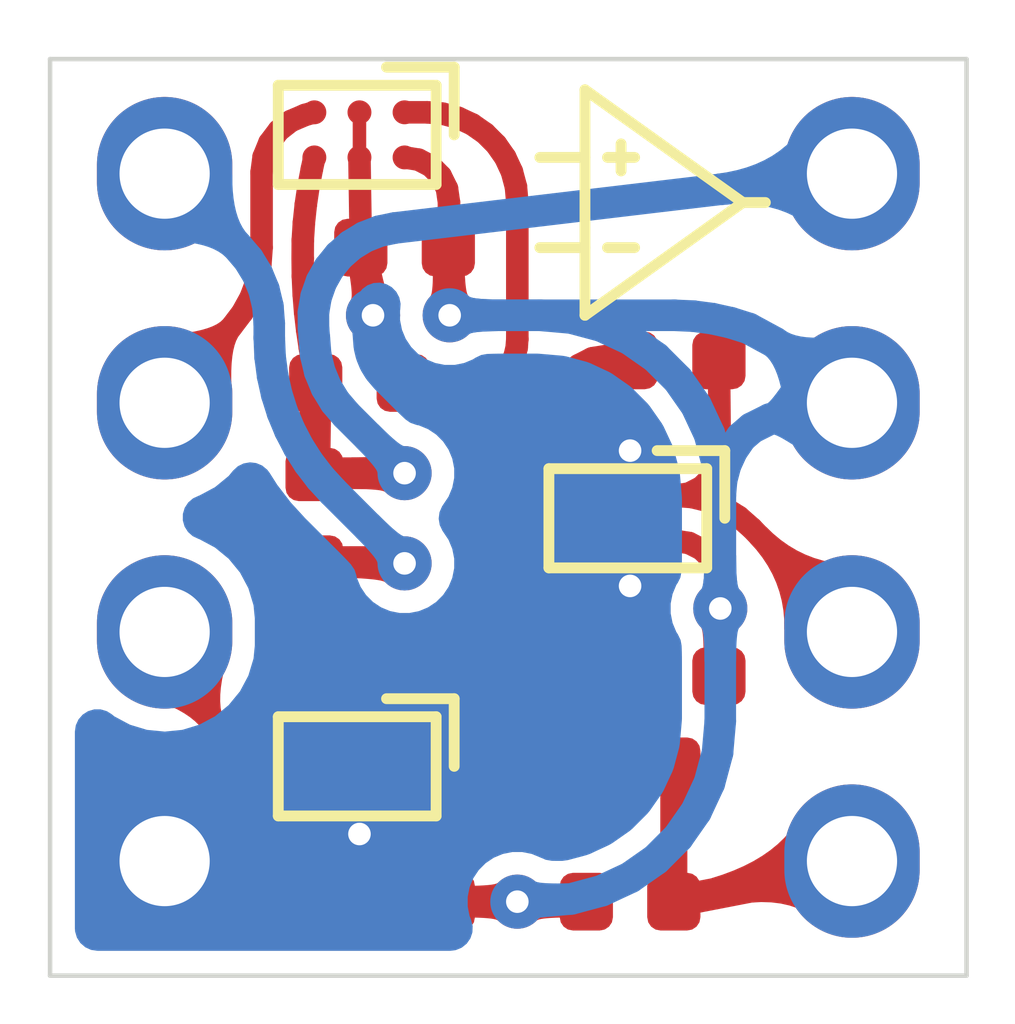
<source format=kicad_pcb>
(kicad_pcb (version 20171130) (host pcbnew "(5.1.6-0-10_14)")

  (general
    (thickness 0.8)
    (drawings 13)
    (tracks 237)
    (zones 0)
    (modules 16)
    (nets 16)
  )

  (page A4)
  (layers
    (0 F.Cu signal)
    (31 B.Cu signal)
    (33 F.Adhes user)
    (34 B.Paste user)
    (35 F.Paste user)
    (36 B.SilkS user)
    (37 F.SilkS user)
    (38 B.Mask user)
    (39 F.Mask user)
    (44 Edge.Cuts user)
    (45 Margin user hide)
    (46 B.CrtYd user hide)
    (47 F.CrtYd user hide)
    (49 F.Fab user hide)
  )

  (setup
    (last_trace_width 0.3)
    (user_trace_width 0.15)
    (user_trace_width 0.2)
    (user_trace_width 0.3)
    (user_trace_width 0.35)
    (user_trace_width 0.4)
    (user_trace_width 0.5)
    (trace_clearance 0.1)
    (zone_clearance 0.1)
    (zone_45_only no)
    (trace_min 0.15)
    (via_size 0.5)
    (via_drill 0.25)
    (via_min_size 0.4)
    (via_min_drill 0.2)
    (uvia_size 0.3)
    (uvia_drill 0.1)
    (uvias_allowed no)
    (uvia_min_size 0.2)
    (uvia_min_drill 0.1)
    (edge_width 0.05)
    (segment_width 0.2)
    (pcb_text_width 0.3)
    (pcb_text_size 1.5 1.5)
    (mod_edge_width 0.12)
    (mod_text_size 1 1)
    (mod_text_width 0.15)
    (pad_size 1.5 1.7)
    (pad_drill 1)
    (pad_to_mask_clearance 0.02)
    (aux_axis_origin 0 0)
    (visible_elements FFFFF77F)
    (pcbplotparams
      (layerselection 0x010ec_ffffffff)
      (usegerberextensions false)
      (usegerberattributes false)
      (usegerberadvancedattributes true)
      (creategerberjobfile true)
      (excludeedgelayer true)
      (linewidth 0.100000)
      (plotframeref false)
      (viasonmask false)
      (mode 1)
      (useauxorigin false)
      (hpglpennumber 1)
      (hpglpenspeed 20)
      (hpglpendiameter 15.000000)
      (psnegative false)
      (psa4output false)
      (plotreference true)
      (plotvalue true)
      (plotinvisibletext false)
      (padsonsilk false)
      (subtractmaskfromsilk false)
      (outputformat 4)
      (mirror false)
      (drillshape 0)
      (scaleselection 1)
      (outputdirectory "../submission/"))
  )

  (net 0 "")
  (net 1 GND)
  (net 2 VDD)
  (net 3 /V2)
  (net 4 /V1)
  (net 5 /RG-)
  (net 6 /RG+)
  (net 7 /Vout)
  (net 8 /VREF)
  (net 9 "Net-(R1-Pad1)")
  (net 10 "Net-(R3-Pad2)")
  (net 11 "Net-(R4-Pad2)")
  (net 12 "Net-(R5-Pad1)")
  (net 13 "Net-(U1-PadB2)")
  (net 14 "Net-(U2-PadB2)")
  (net 15 "Net-(U3-PadB2)")

  (net_class Default "This is the default net class."
    (clearance 0.1)
    (trace_width 0.25)
    (via_dia 0.5)
    (via_drill 0.25)
    (uvia_dia 0.3)
    (uvia_drill 0.1)
    (add_net /RG+)
    (add_net /RG-)
    (add_net /V1)
    (add_net /V2)
    (add_net /VREF)
    (add_net /Vout)
    (add_net GND)
    (add_net "Net-(R1-Pad1)")
    (add_net "Net-(R3-Pad2)")
    (add_net "Net-(R4-Pad2)")
    (add_net "Net-(R5-Pad1)")
    (add_net "Net-(U1-PadB2)")
    (add_net "Net-(U2-PadB2)")
    (add_net "Net-(U3-PadB2)")
    (add_net VDD)
  )

  (module Capacitor_SMD:C_0402_1005Metric (layer F.Cu) (tedit 5B301BBE) (tstamp 602C7B60)
    (at 153.75 83 180)
    (descr "Capacitor SMD 0402 (1005 Metric), square (rectangular) end terminal, IPC_7351 nominal, (Body size source: http://www.tortai-tech.com/upload/download/2011102023233369053.pdf), generated with kicad-footprint-generator")
    (tags capacitor)
    (path /602CFE30)
    (attr smd)
    (fp_text reference C2 (at 0 -1.17) (layer F.SilkS) hide
      (effects (font (size 1 1) (thickness 0.15)))
    )
    (fp_text value 100nF (at 0 1.17) (layer F.Fab)
      (effects (font (size 1 1) (thickness 0.15)))
    )
    (fp_text user %R (at 0 0) (layer F.Fab)
      (effects (font (size 0.25 0.25) (thickness 0.04)))
    )
    (fp_line (start -0.5 0.25) (end -0.5 -0.25) (layer F.Fab) (width 0.1))
    (fp_line (start -0.5 -0.25) (end 0.5 -0.25) (layer F.Fab) (width 0.1))
    (fp_line (start 0.5 -0.25) (end 0.5 0.25) (layer F.Fab) (width 0.1))
    (fp_line (start 0.5 0.25) (end -0.5 0.25) (layer F.Fab) (width 0.1))
    (fp_line (start -0.93 0.47) (end -0.93 -0.47) (layer F.CrtYd) (width 0.05))
    (fp_line (start -0.93 -0.47) (end 0.93 -0.47) (layer F.CrtYd) (width 0.05))
    (fp_line (start 0.93 -0.47) (end 0.93 0.47) (layer F.CrtYd) (width 0.05))
    (fp_line (start 0.93 0.47) (end -0.93 0.47) (layer F.CrtYd) (width 0.05))
    (pad 2 smd roundrect (at 0.485 0 180) (size 0.59 0.64) (layers F.Cu F.Paste F.Mask) (roundrect_rratio 0.25)
      (net 2 VDD))
    (pad 1 smd roundrect (at -0.485 0 180) (size 0.59 0.64) (layers F.Cu F.Paste F.Mask) (roundrect_rratio 0.25)
      (net 8 /VREF))
    (model ${KISYS3DMOD}/Capacitor_SMD.3dshapes/C_0402_1005Metric.wrl
      (at (xyz 0 0 0))
      (scale (xyz 1 1 1))
      (rotate (xyz 0 0 0))
    )
  )

  (module Package_BGA:Texas_DSBGA-6_0.9x1.4mm_Layout2x3_P0.5mm (layer F.Cu) (tedit 60240D3F) (tstamp 60241A5E)
    (at 150.75 81.5 270)
    (descr "Texas Instruments, DSBGA, 0.9x1.4mm, 6 bump 2x3 (perimeter) array, NSMD pad definition (http://www.ti.com/lit/ds/symlink/ts5a3159a.pdf)")
    (tags "Texas Instruments DSBGA BGA YZP R-XBGA-N6")
    (path /602CA0CC)
    (solder_mask_margin 0.05)
    (attr smd)
    (fp_text reference U2 (at 0 -1.9 90) (layer F.SilkS) hide
      (effects (font (size 1 1) (thickness 0.15)))
    )
    (fp_text value ADA4505 (at 0 2 90) (layer F.Fab)
      (effects (font (size 1 1) (thickness 0.15)))
    )
    (fp_line (start -0.75 -1.05) (end -0.75 -0.3) (layer F.SilkS) (width 0.12))
    (fp_line (start 0 -1.05) (end -0.75 -1.05) (layer F.SilkS) (width 0.12))
    (fp_line (start -0.55 0.9) (end 0.55 0.9) (layer F.SilkS) (width 0.12))
    (fp_line (start 0.55 -0.85) (end 0.55 0.9) (layer F.SilkS) (width 0.12))
    (fp_line (start 0.55 -0.85) (end -0.55 -0.85) (layer F.SilkS) (width 0.12))
    (fp_line (start -0.55 -0.85) (end -0.55 0.9) (layer F.SilkS) (width 0.12))
    (fp_line (start -0.47 0.7) (end 0.47 0.7) (layer F.Fab) (width 0.1))
    (fp_line (start 0.47 0.7) (end 0.47 -0.7) (layer F.Fab) (width 0.1))
    (fp_line (start 0.47 -0.7) (end -0.3 -0.7) (layer F.Fab) (width 0.1))
    (fp_line (start -0.47 -0.53) (end -0.47 0.7) (layer F.Fab) (width 0.1))
    (fp_line (start -0.47 -0.53) (end -0.3 -0.7) (layer F.Fab) (width 0.1))
    (fp_line (start 1.47 1.7) (end -1.47 1.7) (layer F.CrtYd) (width 0.05))
    (fp_line (start 1.47 1.7) (end 1.47 -1.7) (layer F.CrtYd) (width 0.05))
    (fp_line (start -1.47 -1.7) (end -1.47 1.7) (layer F.CrtYd) (width 0.05))
    (fp_line (start -1.47 -1.7) (end 1.47 -1.7) (layer F.CrtYd) (width 0.05))
    (fp_text user %R (at 0 0) (layer F.Fab)
      (effects (font (size 0.4 0.4) (thickness 0.05)))
    )
    (pad "" smd circle (at 0.25 0 270) (size 0.3 0.3) (layers F.Paste))
    (pad "" smd circle (at -0.25 0 270) (size 0.3 0.3) (layers F.Paste))
    (pad "" smd circle (at -0.25 -0.5 270) (size 0.3 0.3) (layers F.Paste))
    (pad "" smd circle (at 0.25 -0.5 270) (size 0.3 0.3) (layers F.Paste))
    (pad "" smd circle (at 0.25 0.5 270) (size 0.3 0.3) (layers F.Paste))
    (pad "" smd circle (at -0.25 0.5 270) (size 0.3 0.3) (layers F.Paste))
    (pad B2 smd circle (at 0.25 0 270) (size 0.265 0.265) (layers F.Cu F.Mask)
      (net 14 "Net-(U2-PadB2)"))
    (pad B1 smd circle (at -0.25 0 270) (size 0.265 0.265) (layers F.Cu F.Mask)
      (net 1 GND))
    (pad A1 smd circle (at -0.25 -0.5 270) (size 0.265 0.265) (layers F.Cu F.Mask)
      (net 10 "Net-(R3-Pad2)"))
    (pad A2 smd circle (at 0.25 -0.5 270) (size 0.265 0.265) (layers F.Cu F.Mask)
      (net 2 VDD))
    (pad C2 smd circle (at 0.25 0.5 270) (size 0.265 0.265) (layers F.Cu F.Mask)
      (net 3 /V2))
    (pad C1 smd circle (at -0.25 0.5 270) (size 0.265 0.265) (layers F.Cu F.Mask)
      (net 5 /RG-))
    (model ${KISYS3DMOD}/Package_BGA.3dshapes/Texas_DSBGA-6_0.9x1.4mm_Layout2x3_P0.5mm.wrl
      (offset (xyz 0 0 0.05))
      (scale (xyz 1 1 0.75))
      (rotate (xyz 0 0 0))
    )
  )

  (module Package_BGA:Texas_DSBGA-6_0.9x1.4mm_Layout2x3_P0.5mm (layer F.Cu) (tedit 60240D3F) (tstamp 60246100)
    (at 150.75 74.5 270)
    (descr "Texas Instruments, DSBGA, 0.9x1.4mm, 6 bump 2x3 (perimeter) array, NSMD pad definition (http://www.ti.com/lit/ds/symlink/ts5a3159a.pdf)")
    (tags "Texas Instruments DSBGA BGA YZP R-XBGA-N6")
    (path /602C9469)
    (solder_mask_margin 0.05)
    (attr smd)
    (fp_text reference U1 (at 0 -1.9 90) (layer F.SilkS) hide
      (effects (font (size 1 1) (thickness 0.15)))
    )
    (fp_text value ADA4505 (at 0 2 90) (layer F.Fab)
      (effects (font (size 1 1) (thickness 0.15)))
    )
    (fp_line (start -0.75 -1.05) (end -0.75 -0.3) (layer F.SilkS) (width 0.12))
    (fp_line (start 0 -1.05) (end -0.75 -1.05) (layer F.SilkS) (width 0.12))
    (fp_line (start -0.55 0.9) (end 0.55 0.9) (layer F.SilkS) (width 0.12))
    (fp_line (start 0.55 -0.85) (end 0.55 0.9) (layer F.SilkS) (width 0.12))
    (fp_line (start 0.55 -0.85) (end -0.55 -0.85) (layer F.SilkS) (width 0.12))
    (fp_line (start -0.55 -0.85) (end -0.55 0.9) (layer F.SilkS) (width 0.12))
    (fp_line (start -0.47 0.7) (end 0.47 0.7) (layer F.Fab) (width 0.1))
    (fp_line (start 0.47 0.7) (end 0.47 -0.7) (layer F.Fab) (width 0.1))
    (fp_line (start 0.47 -0.7) (end -0.3 -0.7) (layer F.Fab) (width 0.1))
    (fp_line (start -0.47 -0.53) (end -0.47 0.7) (layer F.Fab) (width 0.1))
    (fp_line (start -0.47 -0.53) (end -0.3 -0.7) (layer F.Fab) (width 0.1))
    (fp_line (start 1.47 1.7) (end -1.47 1.7) (layer F.CrtYd) (width 0.05))
    (fp_line (start 1.47 1.7) (end 1.47 -1.7) (layer F.CrtYd) (width 0.05))
    (fp_line (start -1.47 -1.7) (end -1.47 1.7) (layer F.CrtYd) (width 0.05))
    (fp_line (start -1.47 -1.7) (end 1.47 -1.7) (layer F.CrtYd) (width 0.05))
    (fp_text user %R (at 0 0) (layer F.Fab)
      (effects (font (size 0.4 0.4) (thickness 0.05)))
    )
    (pad "" smd circle (at 0.25 0 270) (size 0.3 0.3) (layers F.Paste))
    (pad "" smd circle (at -0.25 0 270) (size 0.3 0.3) (layers F.Paste))
    (pad "" smd circle (at -0.25 -0.5 270) (size 0.3 0.3) (layers F.Paste))
    (pad "" smd circle (at 0.25 -0.5 270) (size 0.3 0.3) (layers F.Paste))
    (pad "" smd circle (at 0.25 0.5 270) (size 0.3 0.3) (layers F.Paste))
    (pad "" smd circle (at -0.25 0.5 270) (size 0.3 0.3) (layers F.Paste))
    (pad B2 smd circle (at 0.25 0 270) (size 0.265 0.265) (layers F.Cu F.Mask)
      (net 13 "Net-(U1-PadB2)"))
    (pad B1 smd circle (at -0.25 0 270) (size 0.265 0.265) (layers F.Cu F.Mask)
      (net 1 GND))
    (pad A1 smd circle (at -0.25 -0.5 270) (size 0.265 0.265) (layers F.Cu F.Mask)
      (net 9 "Net-(R1-Pad1)"))
    (pad A2 smd circle (at 0.25 -0.5 270) (size 0.265 0.265) (layers F.Cu F.Mask)
      (net 2 VDD))
    (pad C2 smd circle (at 0.25 0.5 270) (size 0.265 0.265) (layers F.Cu F.Mask)
      (net 6 /RG+))
    (pad C1 smd circle (at -0.25 0.5 270) (size 0.265 0.265) (layers F.Cu F.Mask)
      (net 4 /V1))
    (model ${KISYS3DMOD}/Package_BGA.3dshapes/Texas_DSBGA-6_0.9x1.4mm_Layout2x3_P0.5mm.wrl
      (offset (xyz 0 0 0.05))
      (scale (xyz 1 1 0.75))
      (rotate (xyz 0 0 0))
    )
  )

  (module Package_BGA:Texas_DSBGA-6_0.9x1.4mm_Layout2x3_P0.5mm (layer F.Cu) (tedit 60240D3F) (tstamp 60241A7E)
    (at 153.75 78.75 270)
    (descr "Texas Instruments, DSBGA, 0.9x1.4mm, 6 bump 2x3 (perimeter) array, NSMD pad definition (http://www.ti.com/lit/ds/symlink/ts5a3159a.pdf)")
    (tags "Texas Instruments DSBGA BGA YZP R-XBGA-N6")
    (path /602C8658)
    (solder_mask_margin 0.05)
    (attr smd)
    (fp_text reference U3 (at 0 -1.9 90) (layer F.SilkS) hide
      (effects (font (size 1 1) (thickness 0.15)))
    )
    (fp_text value ADA4505 (at 0 2 90) (layer F.Fab)
      (effects (font (size 1 1) (thickness 0.15)))
    )
    (fp_line (start -0.75 -1.05) (end -0.75 -0.3) (layer F.SilkS) (width 0.12))
    (fp_line (start 0 -1.05) (end -0.75 -1.05) (layer F.SilkS) (width 0.12))
    (fp_line (start -0.55 0.9) (end 0.55 0.9) (layer F.SilkS) (width 0.12))
    (fp_line (start 0.55 -0.85) (end 0.55 0.9) (layer F.SilkS) (width 0.12))
    (fp_line (start 0.55 -0.85) (end -0.55 -0.85) (layer F.SilkS) (width 0.12))
    (fp_line (start -0.55 -0.85) (end -0.55 0.9) (layer F.SilkS) (width 0.12))
    (fp_line (start -0.47 0.7) (end 0.47 0.7) (layer F.Fab) (width 0.1))
    (fp_line (start 0.47 0.7) (end 0.47 -0.7) (layer F.Fab) (width 0.1))
    (fp_line (start 0.47 -0.7) (end -0.3 -0.7) (layer F.Fab) (width 0.1))
    (fp_line (start -0.47 -0.53) (end -0.47 0.7) (layer F.Fab) (width 0.1))
    (fp_line (start -0.47 -0.53) (end -0.3 -0.7) (layer F.Fab) (width 0.1))
    (fp_line (start 1.47 1.7) (end -1.47 1.7) (layer F.CrtYd) (width 0.05))
    (fp_line (start 1.47 1.7) (end 1.47 -1.7) (layer F.CrtYd) (width 0.05))
    (fp_line (start -1.47 -1.7) (end -1.47 1.7) (layer F.CrtYd) (width 0.05))
    (fp_line (start -1.47 -1.7) (end 1.47 -1.7) (layer F.CrtYd) (width 0.05))
    (fp_text user %R (at 0 0) (layer F.Fab)
      (effects (font (size 0.4 0.4) (thickness 0.05)))
    )
    (pad "" smd circle (at 0.25 0 270) (size 0.3 0.3) (layers F.Paste))
    (pad "" smd circle (at -0.25 0 270) (size 0.3 0.3) (layers F.Paste))
    (pad "" smd circle (at -0.25 -0.5 270) (size 0.3 0.3) (layers F.Paste))
    (pad "" smd circle (at 0.25 -0.5 270) (size 0.3 0.3) (layers F.Paste))
    (pad "" smd circle (at 0.25 0.5 270) (size 0.3 0.3) (layers F.Paste))
    (pad "" smd circle (at -0.25 0.5 270) (size 0.3 0.3) (layers F.Paste))
    (pad B2 smd circle (at 0.25 0 270) (size 0.265 0.265) (layers F.Cu F.Mask)
      (net 15 "Net-(U3-PadB2)"))
    (pad B1 smd circle (at -0.25 0 270) (size 0.265 0.265) (layers F.Cu F.Mask)
      (net 1 GND))
    (pad A1 smd circle (at -0.25 -0.5 270) (size 0.265 0.265) (layers F.Cu F.Mask)
      (net 7 /Vout))
    (pad A2 smd circle (at 0.25 -0.5 270) (size 0.265 0.265) (layers F.Cu F.Mask)
      (net 2 VDD))
    (pad C2 smd circle (at 0.25 0.5 270) (size 0.265 0.265) (layers F.Cu F.Mask)
      (net 12 "Net-(R5-Pad1)"))
    (pad C1 smd circle (at -0.25 0.5 270) (size 0.265 0.265) (layers F.Cu F.Mask)
      (net 11 "Net-(R4-Pad2)"))
    (model ${KISYS3DMOD}/Package_BGA.3dshapes/Texas_DSBGA-6_0.9x1.4mm_Layout2x3_P0.5mm.wrl
      (offset (xyz 0 0 0.05))
      (scale (xyz 1 1 0.75))
      (rotate (xyz 0 0 0))
    )
  )

  (module Capacitor_SMD:C_0402_1005Metric (layer F.Cu) (tedit 5B301BBE) (tstamp 6023CA1F)
    (at 151.25 83 180)
    (descr "Capacitor SMD 0402 (1005 Metric), square (rectangular) end terminal, IPC_7351 nominal, (Body size source: http://www.tortai-tech.com/upload/download/2011102023233369053.pdf), generated with kicad-footprint-generator")
    (tags capacitor)
    (path /60254F96)
    (attr smd)
    (fp_text reference C1 (at 0 -1.17) (layer F.SilkS) hide
      (effects (font (size 1 1) (thickness 0.15)))
    )
    (fp_text value 100nF (at 0 1.17) (layer F.Fab)
      (effects (font (size 1 1) (thickness 0.15)))
    )
    (fp_line (start -0.5 0.25) (end -0.5 -0.25) (layer F.Fab) (width 0.1))
    (fp_line (start -0.5 -0.25) (end 0.5 -0.25) (layer F.Fab) (width 0.1))
    (fp_line (start 0.5 -0.25) (end 0.5 0.25) (layer F.Fab) (width 0.1))
    (fp_line (start 0.5 0.25) (end -0.5 0.25) (layer F.Fab) (width 0.1))
    (fp_line (start -0.93 0.47) (end -0.93 -0.47) (layer F.CrtYd) (width 0.05))
    (fp_line (start -0.93 -0.47) (end 0.93 -0.47) (layer F.CrtYd) (width 0.05))
    (fp_line (start 0.93 -0.47) (end 0.93 0.47) (layer F.CrtYd) (width 0.05))
    (fp_line (start 0.93 0.47) (end -0.93 0.47) (layer F.CrtYd) (width 0.05))
    (fp_text user %R (at 0 0) (layer F.Fab)
      (effects (font (size 0.25 0.25) (thickness 0.04)))
    )
    (pad 2 smd roundrect (at 0.485 0 180) (size 0.59 0.64) (layers F.Cu F.Paste F.Mask) (roundrect_rratio 0.25)
      (net 1 GND))
    (pad 1 smd roundrect (at -0.485 0 180) (size 0.59 0.64) (layers F.Cu F.Paste F.Mask) (roundrect_rratio 0.25)
      (net 2 VDD))
    (model ${KISYS3DMOD}/Capacitor_SMD.3dshapes/C_0402_1005Metric.wrl
      (at (xyz 0 0 0))
      (scale (xyz 1 1 1))
      (rotate (xyz 0 0 0))
    )
  )

  (module Capacitor_SMD:C_0402_1005Metric (layer F.Cu) (tedit 5B301BBE) (tstamp 602422B9)
    (at 154.25 80.5 180)
    (descr "Capacitor SMD 0402 (1005 Metric), square (rectangular) end terminal, IPC_7351 nominal, (Body size source: http://www.tortai-tech.com/upload/download/2011102023233369053.pdf), generated with kicad-footprint-generator")
    (tags capacitor)
    (path /602753E2)
    (attr smd)
    (fp_text reference C3 (at 0 -1.17) (layer F.SilkS) hide
      (effects (font (size 1 1) (thickness 0.15)))
    )
    (fp_text value 100nF (at 0 1.17) (layer F.Fab)
      (effects (font (size 1 1) (thickness 0.15)))
    )
    (fp_line (start -0.5 0.25) (end -0.5 -0.25) (layer F.Fab) (width 0.1))
    (fp_line (start -0.5 -0.25) (end 0.5 -0.25) (layer F.Fab) (width 0.1))
    (fp_line (start 0.5 -0.25) (end 0.5 0.25) (layer F.Fab) (width 0.1))
    (fp_line (start 0.5 0.25) (end -0.5 0.25) (layer F.Fab) (width 0.1))
    (fp_line (start -0.93 0.47) (end -0.93 -0.47) (layer F.CrtYd) (width 0.05))
    (fp_line (start -0.93 -0.47) (end 0.93 -0.47) (layer F.CrtYd) (width 0.05))
    (fp_line (start 0.93 -0.47) (end 0.93 0.47) (layer F.CrtYd) (width 0.05))
    (fp_line (start 0.93 0.47) (end -0.93 0.47) (layer F.CrtYd) (width 0.05))
    (fp_text user %R (at 0 0) (layer F.Fab)
      (effects (font (size 0.25 0.25) (thickness 0.04)))
    )
    (pad 2 smd roundrect (at 0.485 0 180) (size 0.59 0.64) (layers F.Cu F.Paste F.Mask) (roundrect_rratio 0.25)
      (net 1 GND))
    (pad 1 smd roundrect (at -0.485 0 180) (size 0.59 0.64) (layers F.Cu F.Paste F.Mask) (roundrect_rratio 0.25)
      (net 2 VDD))
    (model ${KISYS3DMOD}/Capacitor_SMD.3dshapes/C_0402_1005Metric.wrl
      (at (xyz 0 0 0))
      (scale (xyz 1 1 1))
      (rotate (xyz 0 0 0))
    )
  )

  (module Resistor_SMD:R_0402_1005Metric (layer F.Cu) (tedit 5B301BBD) (tstamp 6023DF74)
    (at 150.75 77.25 180)
    (descr "Resistor SMD 0402 (1005 Metric), square (rectangular) end terminal, IPC_7351 nominal, (Body size source: http://www.tortai-tech.com/upload/download/2011102023233369053.pdf), generated with kicad-footprint-generator")
    (tags resistor)
    (path /60285239)
    (attr smd)
    (fp_text reference R1 (at 0 -1.17) (layer F.SilkS) hide
      (effects (font (size 1 1) (thickness 0.15)))
    )
    (fp_text value 10k (at 0 1.17) (layer F.Fab)
      (effects (font (size 1 1) (thickness 0.15)))
    )
    (fp_line (start -0.5 0.25) (end -0.5 -0.25) (layer F.Fab) (width 0.1))
    (fp_line (start -0.5 -0.25) (end 0.5 -0.25) (layer F.Fab) (width 0.1))
    (fp_line (start 0.5 -0.25) (end 0.5 0.25) (layer F.Fab) (width 0.1))
    (fp_line (start 0.5 0.25) (end -0.5 0.25) (layer F.Fab) (width 0.1))
    (fp_line (start -0.93 0.47) (end -0.93 -0.47) (layer F.CrtYd) (width 0.05))
    (fp_line (start -0.93 -0.47) (end 0.93 -0.47) (layer F.CrtYd) (width 0.05))
    (fp_line (start 0.93 -0.47) (end 0.93 0.47) (layer F.CrtYd) (width 0.05))
    (fp_line (start 0.93 0.47) (end -0.93 0.47) (layer F.CrtYd) (width 0.05))
    (fp_text user %R (at 0 0) (layer F.Fab)
      (effects (font (size 0.25 0.25) (thickness 0.04)))
    )
    (pad 2 smd roundrect (at 0.485 0 180) (size 0.59 0.64) (layers F.Cu F.Paste F.Mask) (roundrect_rratio 0.25)
      (net 6 /RG+))
    (pad 1 smd roundrect (at -0.485 0 180) (size 0.59 0.64) (layers F.Cu F.Paste F.Mask) (roundrect_rratio 0.25)
      (net 9 "Net-(R1-Pad1)"))
    (model ${KISYS3DMOD}/Resistor_SMD.3dshapes/R_0402_1005Metric.wrl
      (at (xyz 0 0 0))
      (scale (xyz 1 1 1))
      (rotate (xyz 0 0 0))
    )
  )

  (module Resistor_SMD:R_0402_1005Metric (layer F.Cu) (tedit 5B301BBD) (tstamp 6023CA9E)
    (at 150.25 78.75 270)
    (descr "Resistor SMD 0402 (1005 Metric), square (rectangular) end terminal, IPC_7351 nominal, (Body size source: http://www.tortai-tech.com/upload/download/2011102023233369053.pdf), generated with kicad-footprint-generator")
    (tags resistor)
    (path /60284C5F)
    (attr smd)
    (fp_text reference R2 (at 0 -1.17 90) (layer F.SilkS) hide
      (effects (font (size 1 1) (thickness 0.15)))
    )
    (fp_text value 5k (at 0 1.17 90) (layer F.Fab)
      (effects (font (size 1 1) (thickness 0.15)))
    )
    (fp_line (start -0.5 0.25) (end -0.5 -0.25) (layer F.Fab) (width 0.1))
    (fp_line (start -0.5 -0.25) (end 0.5 -0.25) (layer F.Fab) (width 0.1))
    (fp_line (start 0.5 -0.25) (end 0.5 0.25) (layer F.Fab) (width 0.1))
    (fp_line (start 0.5 0.25) (end -0.5 0.25) (layer F.Fab) (width 0.1))
    (fp_line (start -0.93 0.47) (end -0.93 -0.47) (layer F.CrtYd) (width 0.05))
    (fp_line (start -0.93 -0.47) (end 0.93 -0.47) (layer F.CrtYd) (width 0.05))
    (fp_line (start 0.93 -0.47) (end 0.93 0.47) (layer F.CrtYd) (width 0.05))
    (fp_line (start 0.93 0.47) (end -0.93 0.47) (layer F.CrtYd) (width 0.05))
    (fp_text user %R (at 0 0 90) (layer F.Fab)
      (effects (font (size 0.25 0.25) (thickness 0.04)))
    )
    (pad 2 smd roundrect (at 0.485 0 270) (size 0.59 0.64) (layers F.Cu F.Paste F.Mask) (roundrect_rratio 0.25)
      (net 5 /RG-))
    (pad 1 smd roundrect (at -0.485 0 270) (size 0.59 0.64) (layers F.Cu F.Paste F.Mask) (roundrect_rratio 0.25)
      (net 6 /RG+))
    (model ${KISYS3DMOD}/Resistor_SMD.3dshapes/R_0402_1005Metric.wrl
      (at (xyz 0 0 0))
      (scale (xyz 1 1 1))
      (rotate (xyz 0 0 0))
    )
  )

  (module Resistor_SMD:R_0402_1005Metric (layer F.Cu) (tedit 5B301BBD) (tstamp 6023CAAD)
    (at 150.75 80.25)
    (descr "Resistor SMD 0402 (1005 Metric), square (rectangular) end terminal, IPC_7351 nominal, (Body size source: http://www.tortai-tech.com/upload/download/2011102023233369053.pdf), generated with kicad-footprint-generator")
    (tags resistor)
    (path /6028476C)
    (attr smd)
    (fp_text reference R3 (at 0 -1.17) (layer F.SilkS) hide
      (effects (font (size 1 1) (thickness 0.15)))
    )
    (fp_text value 10k (at 0 1.17) (layer F.Fab)
      (effects (font (size 1 1) (thickness 0.15)))
    )
    (fp_line (start -0.5 0.25) (end -0.5 -0.25) (layer F.Fab) (width 0.1))
    (fp_line (start -0.5 -0.25) (end 0.5 -0.25) (layer F.Fab) (width 0.1))
    (fp_line (start 0.5 -0.25) (end 0.5 0.25) (layer F.Fab) (width 0.1))
    (fp_line (start 0.5 0.25) (end -0.5 0.25) (layer F.Fab) (width 0.1))
    (fp_line (start -0.93 0.47) (end -0.93 -0.47) (layer F.CrtYd) (width 0.05))
    (fp_line (start -0.93 -0.47) (end 0.93 -0.47) (layer F.CrtYd) (width 0.05))
    (fp_line (start 0.93 -0.47) (end 0.93 0.47) (layer F.CrtYd) (width 0.05))
    (fp_line (start 0.93 0.47) (end -0.93 0.47) (layer F.CrtYd) (width 0.05))
    (fp_text user %R (at 0 0) (layer F.Fab)
      (effects (font (size 0.25 0.25) (thickness 0.04)))
    )
    (pad 2 smd roundrect (at 0.485 0) (size 0.59 0.64) (layers F.Cu F.Paste F.Mask) (roundrect_rratio 0.25)
      (net 10 "Net-(R3-Pad2)"))
    (pad 1 smd roundrect (at -0.485 0) (size 0.59 0.64) (layers F.Cu F.Paste F.Mask) (roundrect_rratio 0.25)
      (net 5 /RG-))
    (model ${KISYS3DMOD}/Resistor_SMD.3dshapes/R_0402_1005Metric.wrl
      (at (xyz 0 0 0))
      (scale (xyz 1 1 1))
      (rotate (xyz 0 0 0))
    )
  )

  (module Resistor_SMD:R_0402_1005Metric (layer F.Cu) (tedit 5B301BBD) (tstamp 6023DF4A)
    (at 152.25 77.75 270)
    (descr "Resistor SMD 0402 (1005 Metric), square (rectangular) end terminal, IPC_7351 nominal, (Body size source: http://www.tortai-tech.com/upload/download/2011102023233369053.pdf), generated with kicad-footprint-generator")
    (tags resistor)
    (path /602798E5)
    (attr smd)
    (fp_text reference R4 (at 0 -1.17 90) (layer F.SilkS) hide
      (effects (font (size 1 1) (thickness 0.15)))
    )
    (fp_text value 5k (at 0 1.17 90) (layer F.Fab)
      (effects (font (size 1 1) (thickness 0.15)))
    )
    (fp_line (start -0.5 0.25) (end -0.5 -0.25) (layer F.Fab) (width 0.1))
    (fp_line (start -0.5 -0.25) (end 0.5 -0.25) (layer F.Fab) (width 0.1))
    (fp_line (start 0.5 -0.25) (end 0.5 0.25) (layer F.Fab) (width 0.1))
    (fp_line (start 0.5 0.25) (end -0.5 0.25) (layer F.Fab) (width 0.1))
    (fp_line (start -0.93 0.47) (end -0.93 -0.47) (layer F.CrtYd) (width 0.05))
    (fp_line (start -0.93 -0.47) (end 0.93 -0.47) (layer F.CrtYd) (width 0.05))
    (fp_line (start 0.93 -0.47) (end 0.93 0.47) (layer F.CrtYd) (width 0.05))
    (fp_line (start 0.93 0.47) (end -0.93 0.47) (layer F.CrtYd) (width 0.05))
    (fp_text user %R (at 0 0 90) (layer F.Fab)
      (effects (font (size 0.25 0.25) (thickness 0.04)))
    )
    (pad 2 smd roundrect (at 0.485 0 270) (size 0.59 0.64) (layers F.Cu F.Paste F.Mask) (roundrect_rratio 0.25)
      (net 11 "Net-(R4-Pad2)"))
    (pad 1 smd roundrect (at -0.485 0 270) (size 0.59 0.64) (layers F.Cu F.Paste F.Mask) (roundrect_rratio 0.25)
      (net 9 "Net-(R1-Pad1)"))
    (model ${KISYS3DMOD}/Resistor_SMD.3dshapes/R_0402_1005Metric.wrl
      (at (xyz 0 0 0))
      (scale (xyz 1 1 1))
      (rotate (xyz 0 0 0))
    )
  )

  (module Resistor_SMD:R_0402_1005Metric (layer F.Cu) (tedit 5B301BBD) (tstamp 6023D3E3)
    (at 152.25 79.75 270)
    (descr "Resistor SMD 0402 (1005 Metric), square (rectangular) end terminal, IPC_7351 nominal, (Body size source: http://www.tortai-tech.com/upload/download/2011102023233369053.pdf), generated with kicad-footprint-generator")
    (tags resistor)
    (path /602838BB)
    (attr smd)
    (fp_text reference R5 (at 0 -1.17 90) (layer F.SilkS) hide
      (effects (font (size 1 1) (thickness 0.15)))
    )
    (fp_text value 5k (at 0 1.17 90) (layer F.Fab)
      (effects (font (size 1 1) (thickness 0.15)))
    )
    (fp_line (start -0.5 0.25) (end -0.5 -0.25) (layer F.Fab) (width 0.1))
    (fp_line (start -0.5 -0.25) (end 0.5 -0.25) (layer F.Fab) (width 0.1))
    (fp_line (start 0.5 -0.25) (end 0.5 0.25) (layer F.Fab) (width 0.1))
    (fp_line (start 0.5 0.25) (end -0.5 0.25) (layer F.Fab) (width 0.1))
    (fp_line (start -0.93 0.47) (end -0.93 -0.47) (layer F.CrtYd) (width 0.05))
    (fp_line (start -0.93 -0.47) (end 0.93 -0.47) (layer F.CrtYd) (width 0.05))
    (fp_line (start 0.93 -0.47) (end 0.93 0.47) (layer F.CrtYd) (width 0.05))
    (fp_line (start 0.93 0.47) (end -0.93 0.47) (layer F.CrtYd) (width 0.05))
    (fp_text user %R (at 0 0 90) (layer F.Fab)
      (effects (font (size 0.25 0.25) (thickness 0.04)))
    )
    (pad 2 smd roundrect (at 0.485 0 270) (size 0.59 0.64) (layers F.Cu F.Paste F.Mask) (roundrect_rratio 0.25)
      (net 10 "Net-(R3-Pad2)"))
    (pad 1 smd roundrect (at -0.485 0 270) (size 0.59 0.64) (layers F.Cu F.Paste F.Mask) (roundrect_rratio 0.25)
      (net 12 "Net-(R5-Pad1)"))
    (model ${KISYS3DMOD}/Resistor_SMD.3dshapes/R_0402_1005Metric.wrl
      (at (xyz 0 0 0))
      (scale (xyz 1 1 1))
      (rotate (xyz 0 0 0))
    )
  )

  (module Resistor_SMD:R_0402_1005Metric (layer F.Cu) (tedit 5B301BBD) (tstamp 602421B6)
    (at 154.25 77)
    (descr "Resistor SMD 0402 (1005 Metric), square (rectangular) end terminal, IPC_7351 nominal, (Body size source: http://www.tortai-tech.com/upload/download/2011102023233369053.pdf), generated with kicad-footprint-generator")
    (tags resistor)
    (path /6027F617)
    (attr smd)
    (fp_text reference R6 (at 0 -1.17) (layer F.SilkS) hide
      (effects (font (size 1 1) (thickness 0.15)))
    )
    (fp_text value 10k (at 0 1.17) (layer F.Fab)
      (effects (font (size 1 1) (thickness 0.15)))
    )
    (fp_line (start -0.5 0.25) (end -0.5 -0.25) (layer F.Fab) (width 0.1))
    (fp_line (start -0.5 -0.25) (end 0.5 -0.25) (layer F.Fab) (width 0.1))
    (fp_line (start 0.5 -0.25) (end 0.5 0.25) (layer F.Fab) (width 0.1))
    (fp_line (start 0.5 0.25) (end -0.5 0.25) (layer F.Fab) (width 0.1))
    (fp_line (start -0.93 0.47) (end -0.93 -0.47) (layer F.CrtYd) (width 0.05))
    (fp_line (start -0.93 -0.47) (end 0.93 -0.47) (layer F.CrtYd) (width 0.05))
    (fp_line (start 0.93 -0.47) (end 0.93 0.47) (layer F.CrtYd) (width 0.05))
    (fp_line (start 0.93 0.47) (end -0.93 0.47) (layer F.CrtYd) (width 0.05))
    (fp_text user %R (at 0 0) (layer F.Fab)
      (effects (font (size 0.25 0.25) (thickness 0.04)))
    )
    (pad 2 smd roundrect (at 0.485 0) (size 0.59 0.64) (layers F.Cu F.Paste F.Mask) (roundrect_rratio 0.25)
      (net 7 /Vout))
    (pad 1 smd roundrect (at -0.485 0) (size 0.59 0.64) (layers F.Cu F.Paste F.Mask) (roundrect_rratio 0.25)
      (net 11 "Net-(R4-Pad2)"))
    (model ${KISYS3DMOD}/Resistor_SMD.3dshapes/R_0402_1005Metric.wrl
      (at (xyz 0 0 0))
      (scale (xyz 1 1 1))
      (rotate (xyz 0 0 0))
    )
  )

  (module Resistor_SMD:R_0402_1005Metric (layer F.Cu) (tedit 5B301BBD) (tstamp 6023DD15)
    (at 153.75 81.5 180)
    (descr "Resistor SMD 0402 (1005 Metric), square (rectangular) end terminal, IPC_7351 nominal, (Body size source: http://www.tortai-tech.com/upload/download/2011102023233369053.pdf), generated with kicad-footprint-generator")
    (tags resistor)
    (path /602840A6)
    (attr smd)
    (fp_text reference R7 (at 0 -1.17) (layer F.SilkS) hide
      (effects (font (size 1 1) (thickness 0.15)))
    )
    (fp_text value 10k (at 0 1.17) (layer F.Fab)
      (effects (font (size 1 1) (thickness 0.15)))
    )
    (fp_line (start -0.5 0.25) (end -0.5 -0.25) (layer F.Fab) (width 0.1))
    (fp_line (start -0.5 -0.25) (end 0.5 -0.25) (layer F.Fab) (width 0.1))
    (fp_line (start 0.5 -0.25) (end 0.5 0.25) (layer F.Fab) (width 0.1))
    (fp_line (start 0.5 0.25) (end -0.5 0.25) (layer F.Fab) (width 0.1))
    (fp_line (start -0.93 0.47) (end -0.93 -0.47) (layer F.CrtYd) (width 0.05))
    (fp_line (start -0.93 -0.47) (end 0.93 -0.47) (layer F.CrtYd) (width 0.05))
    (fp_line (start 0.93 -0.47) (end 0.93 0.47) (layer F.CrtYd) (width 0.05))
    (fp_line (start 0.93 0.47) (end -0.93 0.47) (layer F.CrtYd) (width 0.05))
    (fp_text user %R (at 0 0) (layer F.Fab)
      (effects (font (size 0.25 0.25) (thickness 0.04)))
    )
    (pad 2 smd roundrect (at 0.485 0 180) (size 0.59 0.64) (layers F.Cu F.Paste F.Mask) (roundrect_rratio 0.25)
      (net 12 "Net-(R5-Pad1)"))
    (pad 1 smd roundrect (at -0.485 0 180) (size 0.59 0.64) (layers F.Cu F.Paste F.Mask) (roundrect_rratio 0.25)
      (net 8 /VREF))
    (model ${KISYS3DMOD}/Resistor_SMD.3dshapes/R_0402_1005Metric.wrl
      (at (xyz 0 0 0))
      (scale (xyz 1 1 1))
      (rotate (xyz 0 0 0))
    )
  )

  (module Capacitor_SMD:C_0402_1005Metric (layer F.Cu) (tedit 5B301BBE) (tstamp 60240915)
    (at 151.25 75.75 180)
    (descr "Capacitor SMD 0402 (1005 Metric), square (rectangular) end terminal, IPC_7351 nominal, (Body size source: http://www.tortai-tech.com/upload/download/2011102023233369053.pdf), generated with kicad-footprint-generator")
    (tags capacitor)
    (path /602BE16E)
    (attr smd)
    (fp_text reference C4 (at 0 -1.17) (layer F.SilkS) hide
      (effects (font (size 1 1) (thickness 0.15)))
    )
    (fp_text value 100nF (at 0 1.17) (layer F.Fab)
      (effects (font (size 1 1) (thickness 0.15)))
    )
    (fp_line (start -0.5 0.25) (end -0.5 -0.25) (layer F.Fab) (width 0.1))
    (fp_line (start -0.5 -0.25) (end 0.5 -0.25) (layer F.Fab) (width 0.1))
    (fp_line (start 0.5 -0.25) (end 0.5 0.25) (layer F.Fab) (width 0.1))
    (fp_line (start 0.5 0.25) (end -0.5 0.25) (layer F.Fab) (width 0.1))
    (fp_line (start -0.93 0.47) (end -0.93 -0.47) (layer F.CrtYd) (width 0.05))
    (fp_line (start -0.93 -0.47) (end 0.93 -0.47) (layer F.CrtYd) (width 0.05))
    (fp_line (start 0.93 -0.47) (end 0.93 0.47) (layer F.CrtYd) (width 0.05))
    (fp_line (start 0.93 0.47) (end -0.93 0.47) (layer F.CrtYd) (width 0.05))
    (fp_text user %R (at 0 0) (layer F.Fab)
      (effects (font (size 0.25 0.25) (thickness 0.04)))
    )
    (pad 2 smd roundrect (at 0.485 0 180) (size 0.59 0.64) (layers F.Cu F.Paste F.Mask) (roundrect_rratio 0.25)
      (net 1 GND))
    (pad 1 smd roundrect (at -0.485 0 180) (size 0.59 0.64) (layers F.Cu F.Paste F.Mask) (roundrect_rratio 0.25)
      (net 2 VDD))
    (model ${KISYS3DMOD}/Capacitor_SMD.3dshapes/C_0402_1005Metric.wrl
      (at (xyz 0 0 0))
      (scale (xyz 1 1 1))
      (rotate (xyz 0 0 0))
    )
  )

  (module Connector_PinHeader_2.54mm:PinHeader_1x04_P2.54mm_Vertical (layer F.Cu) (tedit 60237A58) (tstamp 6023CA68)
    (at 148.59 74.93)
    (descr "Through hole straight pin header, 1x04, 2.54mm pitch, single row")
    (tags "Through hole pin header THT 1x04 2.54mm single row")
    (path /602671D6)
    (fp_text reference J1 (at 0 -2.33) (layer F.SilkS) hide
      (effects (font (size 1 1) (thickness 0.15)))
    )
    (fp_text value Conn_01x04_Male (at 0 9.95) (layer F.Fab)
      (effects (font (size 1 1) (thickness 0.15)))
    )
    (fp_line (start -0.635 -1.27) (end 1.27 -1.27) (layer F.Fab) (width 0.1))
    (fp_line (start 1.27 -1.27) (end 1.27 8.89) (layer F.Fab) (width 0.1))
    (fp_line (start 1.27 8.89) (end -1.27 8.89) (layer F.Fab) (width 0.1))
    (fp_line (start -1.27 8.89) (end -1.27 -0.635) (layer F.Fab) (width 0.1))
    (fp_line (start -1.27 -0.635) (end -0.635 -1.27) (layer F.Fab) (width 0.1))
    (fp_line (start -1.8 -1.8) (end -1.8 9.4) (layer F.CrtYd) (width 0.05))
    (fp_line (start -1.8 9.4) (end 1.8 9.4) (layer F.CrtYd) (width 0.05))
    (fp_line (start 1.8 9.4) (end 1.8 -1.8) (layer F.CrtYd) (width 0.05))
    (fp_line (start 1.8 -1.8) (end -1.8 -1.8) (layer F.CrtYd) (width 0.05))
    (fp_text user %R (at 0 3.81 90) (layer F.Fab)
      (effects (font (size 1 1) (thickness 0.15)))
    )
    (pad 4 thru_hole oval (at 0 7.62) (size 1.5 1.7) (drill 1) (layers *.Cu *.Mask)
      (net 1 GND))
    (pad 3 thru_hole oval (at 0 5.08) (size 1.5 1.7) (drill 1) (layers *.Cu *.Mask)
      (net 3 /V2))
    (pad 2 thru_hole oval (at 0 2.54) (size 1.5 1.7) (drill 1) (layers *.Cu *.Mask)
      (net 4 /V1))
    (pad 1 thru_hole oval (at 0 0) (size 1.5 1.7) (drill 1) (layers *.Cu *.Mask)
      (net 5 /RG-))
    (model ${KISYS3DMOD}/Connector_PinHeader_2.54mm.3dshapes/PinHeader_1x04_P2.54mm_Vertical.wrl
      (offset (xyz 0 0 -2))
      (scale (xyz 1 1 -1))
      (rotate (xyz 0 0 0))
    )
  )

  (module Connector_PinHeader_2.54mm:PinHeader_1x04_P2.54mm_Vertical (layer F.Cu) (tedit 6023755B) (tstamp 6023CA80)
    (at 156.21 82.55 180)
    (descr "Through hole straight pin header, 1x04, 2.54mm pitch, single row")
    (tags "Through hole pin header THT 1x04 2.54mm single row")
    (path /60265A1C)
    (fp_text reference J2 (at 0 -2.33 180) (layer F.SilkS) hide
      (effects (font (size 1 1) (thickness 0.15)))
    )
    (fp_text value Conn_01x04_Male (at 0 9.95 180) (layer F.Fab)
      (effects (font (size 1 1) (thickness 0.15)))
    )
    (fp_line (start -0.635 -1.27) (end 1.27 -1.27) (layer F.Fab) (width 0.1))
    (fp_line (start 1.27 -1.27) (end 1.27 8.89) (layer F.Fab) (width 0.1))
    (fp_line (start 1.27 8.89) (end -1.27 8.89) (layer F.Fab) (width 0.1))
    (fp_line (start -1.27 8.89) (end -1.27 -0.635) (layer F.Fab) (width 0.1))
    (fp_line (start -1.27 -0.635) (end -0.635 -1.27) (layer F.Fab) (width 0.1))
    (fp_line (start -1.8 -1.8) (end -1.8 9.4) (layer F.CrtYd) (width 0.05))
    (fp_line (start -1.8 9.4) (end 1.8 9.4) (layer F.CrtYd) (width 0.05))
    (fp_line (start 1.8 9.4) (end 1.8 -1.8) (layer F.CrtYd) (width 0.05))
    (fp_line (start 1.8 -1.8) (end -1.8 -1.8) (layer F.CrtYd) (width 0.05))
    (fp_text user %R (at 0 3.81 270) (layer F.Fab)
      (effects (font (size 1 1) (thickness 0.15)))
    )
    (pad 4 thru_hole oval (at 0 7.62 180) (size 1.5 1.7) (drill 1) (layers *.Cu *.Mask)
      (net 6 /RG+))
    (pad 3 thru_hole oval (at 0 5.08 180) (size 1.5 1.7) (drill 1) (layers *.Cu *.Mask)
      (net 2 VDD))
    (pad 2 thru_hole oval (at 0 2.54 180) (size 1.5 1.7) (drill 1) (layers *.Cu *.Mask)
      (net 7 /Vout))
    (pad 1 thru_hole oval (at 0 0 180) (size 1.5 1.7) (drill 1) (layers *.Cu *.Mask)
      (net 8 /VREF))
    (model ${KISYS3DMOD}/Connector_PinHeader_2.54mm.3dshapes/PinHeader_1x04_P2.54mm_Vertical.wrl
      (offset (xyz 0 0 -2))
      (scale (xyz 1 1 -1))
      (rotate (xyz 0 0 0))
    )
  )

  (gr_line (start 153.5 75.75) (end 153.8 75.75) (layer F.SilkS) (width 0.12))
  (gr_line (start 153.65 74.6) (end 153.65 74.9) (layer F.SilkS) (width 0.12))
  (gr_line (start 153.5 74.75) (end 153.8 74.75) (layer F.SilkS) (width 0.12))
  (gr_line (start 155 75.25) (end 155.25 75.25) (layer F.SilkS) (width 0.12))
  (gr_line (start 153.25 75.75) (end 152.75 75.75) (layer F.SilkS) (width 0.12))
  (gr_line (start 153.25 74.75) (end 152.75 74.75) (layer F.SilkS) (width 0.12))
  (gr_line (start 155 75.25) (end 153.25 74) (layer F.SilkS) (width 0.12))
  (gr_line (start 153.25 76.5) (end 155 75.25) (layer F.SilkS) (width 0.12))
  (gr_line (start 153.25 74) (end 153.25 76.5) (layer F.SilkS) (width 0.12))
  (gr_line (start 157.48 73.66) (end 147.32 73.66) (layer Edge.Cuts) (width 0.05))
  (gr_line (start 157.48 83.82) (end 157.48 73.66) (layer Edge.Cuts) (width 0.05))
  (gr_line (start 147.32 83.82) (end 157.48 83.82) (layer Edge.Cuts) (width 0.05))
  (gr_line (start 147.32 73.66) (end 147.32 83.82) (layer Edge.Cuts) (width 0.05))

  (via (at 150.9 76.5) (size 0.6) (drill 0.25) (layers F.Cu B.Cu) (net 1) (tstamp 60247294))
  (via (at 153.75 78) (size 0.6) (drill 0.25) (layers F.Cu B.Cu) (net 1))
  (segment (start 153.75 78.5) (end 153.75 78) (width 0.25) (layer F.Cu) (net 1))
  (via (at 153.75 79.5) (size 0.6) (drill 0.25) (layers F.Cu B.Cu) (net 1))
  (segment (start 153.75 79) (end 153.75 79.5) (width 0.25) (layer F.Cu) (net 1))
  (segment (start 153.765 79.515) (end 153.75 79.5) (width 0.35) (layer F.Cu) (net 1))
  (segment (start 153.765 80.5) (end 153.765 79.515) (width 0.35) (layer F.Cu) (net 1))
  (segment (start 150.765 75.75) (end 150.75 74.75) (width 0.25) (layer F.Cu) (net 1))
  (via (at 150.75 82.25) (size 0.6) (drill 0.25) (layers F.Cu B.Cu) (net 1))
  (segment (start 150.75 81.75) (end 150.75 82.25) (width 0.25) (layer F.Cu) (net 1))
  (segment (start 150.765 83) (end 150.75 82.25) (width 0.35) (layer F.Cu) (net 1))
  (segment (start 150.9 76.5) (end 150.765 75.75) (width 0.35) (layer F.Cu) (net 1))
  (segment (start 150.75 81.75) (end 150.75 81.25) (width 0.15) (layer F.Cu) (net 1))
  (segment (start 153.75 79) (end 153.75 78.5) (width 0.15) (layer F.Cu) (net 1))
  (segment (start 150.75 74.75) (end 150.75 74.25) (width 0.15) (layer F.Cu) (net 1))
  (via (at 151.75 76.5) (size 0.6) (drill 0.25) (layers F.Cu B.Cu) (net 2))
  (via (at 154.75 79.75) (size 0.6) (drill 0.25) (layers F.Cu B.Cu) (net 2) (status 1000000))
  (segment (start 154.735 80.5) (end 154.75 79.75) (width 0.35) (layer F.Cu) (net 2))
  (segment (start 154.25 79) (end 154.25 79) (width 0.25) (layer F.Cu) (net 2))
  (segment (start 154.25 79) (end 154.404508 79.024471) (width 0.25) (layer F.Cu) (net 2) (tstamp DE))
  (segment (start 154.404508 79.024471) (end 154.543892 79.095491) (width 0.25) (layer F.Cu) (net 2) (tstamp DE))
  (segment (start 154.543892 79.095491) (end 154.654508 79.206107) (width 0.25) (layer F.Cu) (net 2) (tstamp DE))
  (segment (start 154.654508 79.206107) (end 154.725528 79.345491) (width 0.25) (layer F.Cu) (net 2) (tstamp DE))
  (segment (start 154.725528 79.345491) (end 154.75 79.5) (width 0.25) (layer F.Cu) (net 2) (tstamp DE))
  (segment (start 154.75 79.5) (end 154.75 79.75) (width 0.25) (layer F.Cu) (net 2))
  (segment (start 151.25 81.75) (end 151.25 81.75) (width 0.25) (layer F.Cu) (net 2))
  (segment (start 151.25 74.75) (end 151.25 74.75) (width 0.25) (layer F.Cu) (net 2))
  (segment (start 151.25 74.75) (end 151.403612 74.774565) (width 0.25) (layer F.Cu) (net 2) (tstamp DE))
  (segment (start 151.403612 74.774565) (end 151.541902 74.845813) (width 0.25) (layer F.Cu) (net 2) (tstamp DE))
  (segment (start 151.541902 74.845813) (end 151.651074 74.956636) (width 0.25) (layer F.Cu) (net 2) (tstamp DE))
  (segment (start 151.651074 74.956636) (end 151.72024 75.095979) (width 0.25) (layer F.Cu) (net 2) (tstamp DE))
  (segment (start 151.72024 75.095979) (end 151.7425 75.249943) (width 0.25) (layer F.Cu) (net 2) (tstamp DE))
  (segment (start 151.7425 75.249943) (end 151.735 75.75) (width 0.25) (layer F.Cu) (net 2))
  (segment (start 151.7425 82.249943) (end 151.735 83) (width 0.25) (layer F.Cu) (net 2))
  (segment (start 151.72024 82.095978) (end 151.7425 82.249943) (width 0.25) (layer F.Cu) (net 2))
  (segment (start 151.651075 81.956635) (end 151.72024 82.095978) (width 0.25) (layer F.Cu) (net 2))
  (segment (start 151.541902 81.845812) (end 151.651075 81.956635) (width 0.25) (layer F.Cu) (net 2))
  (segment (start 151.403612 81.774564) (end 151.541902 81.845812) (width 0.25) (layer F.Cu) (net 2))
  (segment (start 151.25 81.75) (end 151.403612 81.774564) (width 0.25) (layer F.Cu) (net 2))
  (segment (start 151.75 76.5) (end 151.735 75.75) (width 0.35) (layer F.Cu) (net 2))
  (segment (start 151.735 83) (end 152.5 83) (width 0.35) (layer F.Cu) (net 2))
  (via (at 152.5 83) (size 0.6) (drill 0.25) (layers F.Cu B.Cu) (net 2))
  (segment (start 152.75 76.5) (end 151.75 76.5) (width 0.35) (layer B.Cu) (net 2))
  (segment (start 152.75 76.5) (end 153.097296 76.530384) (width 0.35) (layer B.Cu) (net 2) (tstamp DE))
  (segment (start 153.097296 76.530384) (end 153.43404 76.620614) (width 0.35) (layer B.Cu) (net 2) (tstamp DE))
  (segment (start 153.43404 76.620614) (end 153.75 76.767949) (width 0.35) (layer B.Cu) (net 2) (tstamp DE))
  (segment (start 153.75 76.767949) (end 154.035575 76.967911) (width 0.35) (layer B.Cu) (net 2) (tstamp DE))
  (segment (start 154.035575 76.967911) (end 154.282088 77.214424) (width 0.35) (layer B.Cu) (net 2) (tstamp DE))
  (segment (start 154.282088 77.214424) (end 154.48205 77.5) (width 0.35) (layer B.Cu) (net 2) (tstamp DE))
  (segment (start 154.48205 77.5) (end 154.629385 77.815959) (width 0.35) (layer B.Cu) (net 2) (tstamp DE))
  (segment (start 154.629385 77.815959) (end 154.719615 78.152703) (width 0.35) (layer B.Cu) (net 2) (tstamp DE))
  (segment (start 154.719615 78.152703) (end 154.75 78.5) (width 0.35) (layer B.Cu) (net 2) (tstamp DE))
  (segment (start 154.75 78.5) (end 154.75 79.75) (width 0.35) (layer B.Cu) (net 2))
  (segment (start 152.75 83) (end 152.5 83) (width 0.35) (layer B.Cu) (net 2))
  (segment (start 152.75 83) (end 153.097296 82.969615) (width 0.35) (layer B.Cu) (net 2) (tstamp DE))
  (segment (start 153.097296 82.969615) (end 153.43404 82.879385) (width 0.35) (layer B.Cu) (net 2) (tstamp DE))
  (segment (start 153.43404 82.879385) (end 153.75 82.73205) (width 0.35) (layer B.Cu) (net 2) (tstamp DE))
  (segment (start 153.75 82.73205) (end 154.035575 82.532088) (width 0.35) (layer B.Cu) (net 2) (tstamp DE))
  (segment (start 154.035575 82.532088) (end 154.282088 82.285575) (width 0.35) (layer B.Cu) (net 2) (tstamp DE))
  (segment (start 154.282088 82.285575) (end 154.48205 82) (width 0.35) (layer B.Cu) (net 2) (tstamp DE))
  (segment (start 154.48205 82) (end 154.629385 81.68404) (width 0.35) (layer B.Cu) (net 2) (tstamp DE))
  (segment (start 154.629385 81.68404) (end 154.719615 81.347296) (width 0.35) (layer B.Cu) (net 2) (tstamp DE))
  (segment (start 154.719615 81.347296) (end 154.75 81) (width 0.35) (layer B.Cu) (net 2) (tstamp DE))
  (segment (start 154.75 81) (end 154.75 79.75) (width 0.35) (layer B.Cu) (net 2))
  (segment (start 154.75 78.5) (end 154.75 79.75) (width 0.35) (layer B.Cu) (net 2))
  (segment (start 154.24 76.5) (end 151.75 76.5) (width 0.35) (layer B.Cu) (net 2))
  (segment (start 154.450412 76.509186) (end 154.24 76.5) (width 0.35) (layer B.Cu) (net 2))
  (segment (start 154.659223 76.536676) (end 154.450412 76.509186) (width 0.35) (layer B.Cu) (net 2))
  (segment (start 154.864844 76.582261) (end 154.659223 76.536676) (width 0.35) (layer B.Cu) (net 2))
  (segment (start 155.065709 76.645594) (end 154.864844 76.582261) (width 0.35) (layer B.Cu) (net 2))
  (segment (start 155.35 76.8) (end 155.065709 76.645594) (width 0.35) (layer B.Cu) (net 2))
  (segment (start 156.21 77.47) (end 155.35 76.8) (width 0.35) (layer B.Cu) (net 2))
  (segment (start 154.765104 78.325042) (end 154.75 78.5) (width 0.35) (layer B.Cu) (net 2))
  (segment (start 154.883279 77.995685) (end 154.809973 78.155262) (width 0.35) (layer B.Cu) (net 2))
  (segment (start 154.809973 78.155262) (end 154.765104 78.325042) (width 0.35) (layer B.Cu) (net 2))
  (segment (start 155.1 77.75) (end 154.982852 77.851035) (width 0.35) (layer B.Cu) (net 2))
  (segment (start 154.982852 77.851035) (end 154.883279 77.995685) (width 0.35) (layer B.Cu) (net 2))
  (segment (start 155.3 77.65) (end 155.1 77.75) (width 0.35) (layer B.Cu) (net 2))
  (segment (start 156.21 77.47) (end 155.3 77.65) (width 0.35) (layer B.Cu) (net 2))
  (segment (start 149.152422 81.085402) (end 148.59 80.01) (width 0.25) (layer F.Cu) (net 3))
  (segment (start 149.152422 81.085402) (end 149.254611 81.248522) (width 0.25) (layer F.Cu) (net 3) (tstamp B7))
  (segment (start 149.254611 81.248522) (end 149.380839 81.393841) (width 0.25) (layer F.Cu) (net 3) (tstamp B7))
  (segment (start 149.380839 81.393841) (end 149.528058 81.517847) (width 0.25) (layer F.Cu) (net 3) (tstamp B7))
  (segment (start 149.528058 81.517847) (end 149.692712 81.617547) (width 0.25) (layer F.Cu) (net 3) (tstamp B7))
  (segment (start 149.692712 81.617547) (end 149.870825 81.690533) (width 0.25) (layer F.Cu) (net 3) (tstamp B7))
  (segment (start 149.870825 81.690533) (end 150.058095 81.735042) (width 0.25) (layer F.Cu) (net 3) (tstamp B7))
  (segment (start 150.058095 81.735042) (end 150.25 81.75) (width 0.25) (layer F.Cu) (net 3) (tstamp B7))
  (segment (start 150.25 81.75) (end 150.25 81.75) (width 0.25) (layer F.Cu) (net 3))
  (segment (start 150.146232 74.27927) (end 150.25 74.25) (width 0.25) (layer F.Cu) (net 4))
  (segment (start 150.146232 74.27927) (end 149.989292 74.346459) (width 0.25) (layer F.Cu) (net 4) (tstamp B6))
  (segment (start 149.989292 74.346459) (end 149.854814 74.451626) (width 0.25) (layer F.Cu) (net 4) (tstamp B6))
  (segment (start 149.854814 74.451626) (end 149.751779 74.587745) (width 0.25) (layer F.Cu) (net 4) (tstamp B6))
  (segment (start 149.751779 74.587745) (end 149.68707 74.745723) (width 0.25) (layer F.Cu) (net 4) (tstamp B6))
  (segment (start 149.68707 74.745723) (end 149.66501 74.91501) (width 0.25) (layer F.Cu) (net 4) (tstamp B6))
  (segment (start 149.66501 75.75) (end 149.66501 74.91501) (width 0.25) (layer F.Cu) (net 4))
  (segment (start 149.610143 76.127157) (end 149.651221 75.940563) (width 0.25) (layer F.Cu) (net 4))
  (segment (start 149.54263 76.305893) (end 149.610143 76.127157) (width 0.25) (layer F.Cu) (net 4))
  (segment (start 149.45009 76.473048) (end 149.54263 76.305893) (width 0.25) (layer F.Cu) (net 4))
  (segment (start 149.334451 76.625141) (end 149.45009 76.473048) (width 0.25) (layer F.Cu) (net 4))
  (segment (start 149.651221 75.940563) (end 149.66501 75.75) (width 0.25) (layer F.Cu) (net 4))
  (segment (start 148.59 77.47) (end 149.334451 76.625141) (width 0.25) (layer F.Cu) (net 4))
  (via (at 151.25 79.25) (size 0.6) (drill 0.25) (layers F.Cu B.Cu) (net 5) (tstamp 6023D934))
  (segment (start 151.235 79.235) (end 151.25 79.25) (width 0.35) (layer F.Cu) (net 5))
  (segment (start 150.25 79.235) (end 151.235 79.235) (width 0.35) (layer F.Cu) (net 5))
  (segment (start 150.265 80.25) (end 150.25 79.235) (width 0.35) (layer F.Cu) (net 5))
  (segment (start 150.25 81.25) (end 150.265 80.25) (width 0.25) (layer F.Cu) (net 5))
  (segment (start 150.457106 78.457106) (end 151.25 79.25) (width 0.35) (layer B.Cu) (net 5))
  (segment (start 150.457106 78.457106) (end 150.314817 78.301825) (width 0.35) (layer B.Cu) (net 5) (tstamp F5))
  (segment (start 150.314817 78.301825) (end 150.186604 78.134735) (width 0.35) (layer B.Cu) (net 5) (tstamp F5))
  (segment (start 150.186604 78.134735) (end 150.073442 77.957106) (width 0.35) (layer B.Cu) (net 5) (tstamp F5))
  (segment (start 150.073442 77.957106) (end 149.976192 77.77029) (width 0.35) (layer B.Cu) (net 5) (tstamp F5))
  (segment (start 149.976192 77.77029) (end 149.895594 77.575709) (width 0.35) (layer B.Cu) (net 5) (tstamp F5))
  (segment (start 149.895594 77.575709) (end 149.832261 77.374844) (width 0.35) (layer B.Cu) (net 5) (tstamp F5))
  (segment (start 149.832261 77.374844) (end 149.786676 77.169223) (width 0.35) (layer B.Cu) (net 5) (tstamp F5))
  (segment (start 149.786676 77.169223) (end 149.759186 76.960412) (width 0.35) (layer B.Cu) (net 5) (tstamp F5))
  (segment (start 149.759186 76.960412) (end 149.75 76.75) (width 0.35) (layer B.Cu) (net 5) (tstamp F5))
  (segment (start 149.396446 75.736446) (end 148.59 74.93) (width 0.35) (layer B.Cu) (net 5))
  (segment (start 149.396446 75.736446) (end 149.519462 75.880479) (width 0.35) (layer B.Cu) (net 5) (tstamp F5))
  (segment (start 149.519462 75.880479) (end 149.618432 76.041984) (width 0.35) (layer B.Cu) (net 5) (tstamp F5))
  (segment (start 149.618432 76.041984) (end 149.690919 76.216983) (width 0.35) (layer B.Cu) (net 5) (tstamp F5))
  (segment (start 149.690919 76.216983) (end 149.735138 76.401166) (width 0.35) (layer B.Cu) (net 5) (tstamp F5))
  (segment (start 149.735138 76.401166) (end 149.75 76.59) (width 0.35) (layer B.Cu) (net 5) (tstamp F5))
  (segment (start 149.75 76.59) (end 149.75 76.75) (width 0.35) (layer B.Cu) (net 5))
  (via (at 151.25 78.25) (size 0.6) (drill 0.25) (layers F.Cu B.Cu) (net 6) (tstamp 6023D92E))
  (segment (start 150.265 78.25) (end 150.25 78.265) (width 0.35) (layer F.Cu) (net 6))
  (segment (start 151.25 78.25) (end 150.265 78.25) (width 0.35) (layer F.Cu) (net 6))
  (segment (start 150.25 78.265) (end 150.265 77.25) (width 0.35) (layer F.Cu) (net 6))
  (segment (start 150.264861 76.938832) (end 150.25 76.75) (width 0.35) (layer B.Cu) (net 6))
  (segment (start 150.309079 77.123016) (end 150.264861 76.938832) (width 0.35) (layer B.Cu) (net 6))
  (segment (start 150.381566 77.298014) (end 150.309079 77.123016) (width 0.35) (layer B.Cu) (net 6))
  (segment (start 150.603553 77.603553) (end 150.480536 77.459519) (width 0.35) (layer B.Cu) (net 6))
  (segment (start 150.480536 77.459519) (end 150.381566 77.298014) (width 0.35) (layer B.Cu) (net 6))
  (segment (start 151.25 78.25) (end 150.603553 77.603553) (width 0.35) (layer B.Cu) (net 6))
  (segment (start 150.240535 76.645893) (end 150.25 76.75) (width 0.35) (layer B.Cu) (net 6))
  (segment (start 150.240535 76.645893) (end 150.239667 76.469845) (width 0.35) (layer B.Cu) (net 6) (tstamp F3))
  (segment (start 150.239667 76.469845) (end 150.268851 76.296232) (width 0.35) (layer B.Cu) (net 6) (tstamp F3))
  (segment (start 150.268851 76.296232) (end 150.32723 76.130144) (width 0.35) (layer B.Cu) (net 6) (tstamp F3))
  (segment (start 150.32723 76.130144) (end 150.413093 75.976453) (width 0.35) (layer B.Cu) (net 6) (tstamp F3))
  (segment (start 150.413093 75.976453) (end 150.52392 75.839665) (width 0.35) (layer B.Cu) (net 6) (tstamp F3))
  (segment (start 150.52392 75.839665) (end 150.656461 75.723794) (width 0.35) (layer B.Cu) (net 6) (tstamp F3))
  (segment (start 150.656461 75.723794) (end 150.80683 75.632238) (width 0.35) (layer B.Cu) (net 6) (tstamp F3))
  (segment (start 150.80683 75.632238) (end 150.970615 75.567681) (width 0.35) (layer B.Cu) (net 6) (tstamp F3))
  (segment (start 150.970615 75.567681) (end 151.143015 75.532017) (width 0.35) (layer B.Cu) (net 6) (tstamp F3))
  (segment (start 151.143015 75.532017) (end 156.21 74.93) (width 0.35) (layer B.Cu) (net 6))
  (segment (start 150.184725 75.074273) (end 150.222399 74.878628) (width 0.25) (layer F.Cu) (net 6))
  (segment (start 150.155353 75.271337) (end 150.184725 75.074273) (width 0.25) (layer F.Cu) (net 6))
  (segment (start 150.222399 74.878628) (end 150.25 74.75) (width 0.25) (layer F.Cu) (net 6))
  (segment (start 150.121711 75.668305) (end 150.134336 75.469465) (width 0.25) (layer F.Cu) (net 6))
  (segment (start 150.134336 75.469465) (end 150.155353 75.271337) (width 0.25) (layer F.Cu) (net 6))
  (segment (start 150.120511 75.86751) (end 150.121711 75.668305) (width 0.25) (layer F.Cu) (net 6))
  (segment (start 150.120511 75.86751) (end 150.122733 76.066996) (width 0.25) (layer F.Cu) (net 6) (tstamp F3))
  (segment (start 150.122733 76.066996) (end 150.131801 76.266289) (width 0.25) (layer F.Cu) (net 6) (tstamp F3))
  (segment (start 150.131801 76.266289) (end 150.147702 76.465153) (width 0.25) (layer F.Cu) (net 6) (tstamp F3))
  (segment (start 150.147702 76.465153) (end 150.170419 76.663355) (width 0.25) (layer F.Cu) (net 6) (tstamp F3))
  (segment (start 150.170419 76.663355) (end 150.199926 76.86066) (width 0.25) (layer F.Cu) (net 6) (tstamp F3))
  (segment (start 150.199926 76.86066) (end 150.265 77.25) (width 0.25) (layer F.Cu) (net 6))
  (segment (start 154.745 78.000024) (end 154.735 77) (width 0.25) (layer F.Cu) (net 7))
  (segment (start 154.745 78.000024) (end 154.722004 78.154173) (width 0.25) (layer F.Cu) (net 7) (tstamp 1DD))
  (segment (start 154.722004 78.154173) (end 154.652221 78.293533) (width 0.25) (layer F.Cu) (net 7) (tstamp 1DD))
  (segment (start 154.652221 78.293533) (end 154.542567 78.40429) (width 0.25) (layer F.Cu) (net 7) (tstamp 1DD))
  (segment (start 154.542567 78.40429) (end 154.403912 78.475463) (width 0.25) (layer F.Cu) (net 7) (tstamp 1DD))
  (segment (start 154.403912 78.475463) (end 154.25 78.5) (width 0.25) (layer F.Cu) (net 7) (tstamp 1DD))
  (segment (start 154.25 78.5) (end 154.25 78.5) (width 0.25) (layer F.Cu) (net 7))
  (segment (start 155.097552 78.859454) (end 156.21 80.01) (width 0.25) (layer F.Cu) (net 7))
  (segment (start 155.097552 78.859454) (end 154.955745 78.734575) (width 0.25) (layer F.Cu) (net 7) (tstamp 1DD))
  (segment (start 154.955745 78.734575) (end 154.79581 78.633955) (width 0.25) (layer F.Cu) (net 7) (tstamp 1DD))
  (segment (start 154.79581 78.633955) (end 154.621854 78.560179) (width 0.25) (layer F.Cu) (net 7) (tstamp 1DD))
  (segment (start 154.621854 78.560179) (end 154.438346 78.515141) (width 0.25) (layer F.Cu) (net 7) (tstamp 1DD))
  (segment (start 154.438346 78.515141) (end 154.25 78.5) (width 0.25) (layer F.Cu) (net 7) (tstamp 1DD))
  (segment (start 154.25 78.5) (end 154.25 78.5) (width 0.25) (layer F.Cu) (net 7))
  (segment (start 156.151005 82.628284) (end 154.235 83) (width 0.35) (layer F.Cu) (net 8))
  (segment (start 154.235 83) (end 154.235 81.5) (width 0.3) (layer F.Cu) (net 8))
  (segment (start 152.235 77.25) (end 152.25 77.265) (width 0.35) (layer F.Cu) (net 9))
  (segment (start 151.235 77.25) (end 152.235 77.25) (width 0.35) (layer F.Cu) (net 9))
  (segment (start 152.5 76.765) (end 152.492568 76.859416) (width 0.25) (layer F.Cu) (net 9) (tstamp 39B))
  (segment (start 152.492568 76.859416) (end 152.470459 76.951507) (width 0.25) (layer F.Cu) (net 9) (tstamp 39B))
  (segment (start 152.470459 76.951507) (end 152.434216 77.039006) (width 0.25) (layer F.Cu) (net 9) (tstamp 39B))
  (segment (start 152.434216 77.039006) (end 152.384731 77.119759) (width 0.25) (layer F.Cu) (net 9) (tstamp 39B))
  (segment (start 152.384731 77.119759) (end 152.323223 77.191776) (width 0.25) (layer F.Cu) (net 9) (tstamp 39B))
  (segment (start 152.323223 77.191776) (end 152.25 77.265) (width 0.25) (layer F.Cu) (net 9))
  (segment (start 151.5 74.25) (end 151.25 74.25) (width 0.25) (layer F.Cu) (net 9))
  (segment (start 151.5 74.25) (end 151.673648 74.265192) (width 0.25) (layer F.Cu) (net 9) (tstamp 39B))
  (segment (start 151.673648 74.265192) (end 151.84202 74.310307) (width 0.25) (layer F.Cu) (net 9) (tstamp 39B))
  (segment (start 151.84202 74.310307) (end 152 74.383974) (width 0.25) (layer F.Cu) (net 9) (tstamp 39B))
  (segment (start 152 74.383974) (end 152.142787 74.483955) (width 0.25) (layer F.Cu) (net 9) (tstamp 39B))
  (segment (start 152.142787 74.483955) (end 152.266044 74.607212) (width 0.25) (layer F.Cu) (net 9) (tstamp 39B))
  (segment (start 152.266044 74.607212) (end 152.366025 74.75) (width 0.25) (layer F.Cu) (net 9) (tstamp 39B))
  (segment (start 152.366025 74.75) (end 152.439692 74.907979) (width 0.25) (layer F.Cu) (net 9) (tstamp 39B))
  (segment (start 152.439692 74.907979) (end 152.484807 75.076351) (width 0.25) (layer F.Cu) (net 9) (tstamp 39B))
  (segment (start 152.484807 75.076351) (end 152.5 75.25) (width 0.25) (layer F.Cu) (net 9) (tstamp 39B))
  (segment (start 152.5 75.25) (end 152.5 76.765) (width 0.25) (layer F.Cu) (net 9))
  (segment (start 152.235 80.25) (end 152.25 80.235) (width 0.35) (layer F.Cu) (net 10))
  (segment (start 151.235 80.25) (end 152.235 80.25) (width 0.35) (layer F.Cu) (net 10))
  (segment (start 151.25 81.25) (end 151.235 80.25) (width 0.25) (layer F.Cu) (net 10))
  (segment (start 153.232487 78.482487) (end 153.25 78.5) (width 0.25) (layer F.Cu) (net 11))
  (segment (start 153.232487 78.482487) (end 153.131663 78.396375) (width 0.25) (layer F.Cu) (net 11) (tstamp 39F))
  (segment (start 153.131663 78.396375) (end 153.01861 78.327096) (width 0.25) (layer F.Cu) (net 11) (tstamp 39F))
  (segment (start 153.01861 78.327096) (end 152.896111 78.276355) (width 0.25) (layer F.Cu) (net 11) (tstamp 39F))
  (segment (start 152.896111 78.276355) (end 152.767183 78.245402) (width 0.25) (layer F.Cu) (net 11) (tstamp 39F))
  (segment (start 152.767183 78.245402) (end 152.635 78.235) (width 0.25) (layer F.Cu) (net 11) (tstamp 39F))
  (segment (start 152.635 78.235) (end 152.25 78.235) (width 0.25) (layer F.Cu) (net 11))
  (segment (start 152.500099 78.229998) (end 152.25 78.235) (width 0.35) (layer F.Cu) (net 11))
  (segment (start 152.500099 78.229998) (end 152.655268 78.202549) (width 0.35) (layer F.Cu) (net 11) (tstamp 39F))
  (segment (start 152.655268 78.202549) (end 152.794657 78.129051) (width 0.35) (layer F.Cu) (net 11) (tstamp 39F))
  (segment (start 152.794657 78.129051) (end 152.904963 78.016518) (width 0.35) (layer F.Cu) (net 11) (tstamp 39F))
  (segment (start 152.904963 78.016518) (end 152.975659 77.875687) (width 0.35) (layer F.Cu) (net 11) (tstamp 39F))
  (segment (start 152.975659 77.875687) (end 153 77.72) (width 0.35) (layer F.Cu) (net 11) (tstamp 39F))
  (segment (start 153.5 77) (end 153.765 77) (width 0.35) (layer F.Cu) (net 11))
  (segment (start 153.5 77) (end 153.345491 77.024471) (width 0.35) (layer F.Cu) (net 11) (tstamp 39F))
  (segment (start 153.345491 77.024471) (end 153.206107 77.095491) (width 0.35) (layer F.Cu) (net 11) (tstamp 39F))
  (segment (start 153.206107 77.095491) (end 153.095491 77.206107) (width 0.35) (layer F.Cu) (net 11) (tstamp 39F))
  (segment (start 153.095491 77.206107) (end 153.024471 77.345491) (width 0.35) (layer F.Cu) (net 11) (tstamp 39F))
  (segment (start 153.024471 77.345491) (end 153 77.5) (width 0.35) (layer F.Cu) (net 11) (tstamp 39F))
  (segment (start 153 77.5) (end 153 77.72) (width 0.35) (layer F.Cu) (net 11))
  (segment (start 153.117501 81.352501) (end 153.265 81.5) (width 0.25) (layer F.Cu) (net 12))
  (segment (start 153.232487 79.017512) (end 153.25 79) (width 0.25) (layer F.Cu) (net 12))
  (segment (start 153.232487 79.017512) (end 153.131663 79.103623) (width 0.25) (layer F.Cu) (net 12) (tstamp 39F))
  (segment (start 153.131663 79.103623) (end 153.01861 79.172902) (width 0.25) (layer F.Cu) (net 12) (tstamp 39F))
  (segment (start 153.01861 79.172902) (end 152.896111 79.223643) (width 0.25) (layer F.Cu) (net 12) (tstamp 39F))
  (segment (start 152.896111 79.223643) (end 152.767183 79.254596) (width 0.25) (layer F.Cu) (net 12) (tstamp 39F))
  (segment (start 152.767183 79.254596) (end 152.635 79.265) (width 0.25) (layer F.Cu) (net 12) (tstamp 39F))
  (segment (start 152.635 79.265) (end 152.25 79.265) (width 0.25) (layer F.Cu) (net 12))
  (segment (start 152.28431 79.27575) (end 152.25 79.265) (width 0.35) (layer F.Cu) (net 12))
  (segment (start 152.45472 79.346627) (end 152.28431 79.27575) (width 0.35) (layer F.Cu) (net 12))
  (segment (start 152.609586 79.447026) (end 152.45472 79.346627) (width 0.35) (layer F.Cu) (net 12))
  (segment (start 152.743846 79.573666) (end 152.609586 79.447026) (width 0.35) (layer F.Cu) (net 12))
  (segment (start 152.853113 79.722408) (end 152.743846 79.573666) (width 0.35) (layer F.Cu) (net 12))
  (segment (start 152.933816 79.888392) (end 152.853113 79.722408) (width 0.35) (layer F.Cu) (net 12))
  (segment (start 152.983317 80.066192) (end 152.933816 79.888392) (width 0.35) (layer F.Cu) (net 12))
  (segment (start 153 80.25) (end 152.983317 80.066192) (width 0.35) (layer F.Cu) (net 12))
  (segment (start 153 80.5) (end 153 80.25) (width 0.35) (layer F.Cu) (net 12))
  (segment (start 153 80.5) (end 153.009545 80.695715) (width 0.35) (layer F.Cu) (net 12) (tstamp 39F))
  (segment (start 153.009545 80.695715) (end 153.038092 80.889572) (width 0.35) (layer F.Cu) (net 12) (tstamp 39F))
  (segment (start 153.038092 80.889572) (end 153.08537 81.079731) (width 0.35) (layer F.Cu) (net 12) (tstamp 39F))
  (segment (start 153.08537 81.079731) (end 153.150928 81.264386) (width 0.35) (layer F.Cu) (net 12) (tstamp 39F))
  (segment (start 153.150928 81.264386) (end 153.234146 81.441786) (width 0.35) (layer F.Cu) (net 12) (tstamp 39F))
  (segment (start 153.234146 81.441786) (end 153.265 81.5) (width 0.35) (layer F.Cu) (net 12))

  (zone (net 1) (net_name GND) (layer B.Cu) (tstamp 0) (hatch edge 0.508)
    (connect_pads yes (clearance 0.25))
    (min_thickness 0.5)
    (fill yes (arc_segments 32) (thermal_gap 0.508) (thermal_bridge_width 0.508))
    (polygon
      (pts
        (xy 157.48 83.82) (xy 147.32 83.82) (xy 147.32 73.66) (xy 157.48 73.66)
      )
    )
    (filled_polygon
      (pts
        (xy 150.95 76.421207) (xy 150.95 76.578793) (xy 150.980743 76.733351) (xy 151.041049 76.878942) (xy 151.128599 77.00997)
        (xy 151.24003 77.121401) (xy 151.371058 77.208951) (xy 151.516649 77.269257) (xy 151.671207 77.3) (xy 151.828793 77.3)
        (xy 151.983351 77.269257) (xy 152.128942 77.208951) (xy 152.174599 77.178444) (xy 152.188395 77.177741) (xy 152.234499 77.176259)
        (xy 152.288487 77.175326) (xy 152.351252 77.175) (xy 152.720535 77.175) (xy 152.979638 77.197668) (xy 153.202297 77.25733)
        (xy 153.411211 77.354748) (xy 153.600034 77.486964) (xy 153.763034 77.649964) (xy 153.895252 77.838791) (xy 153.99267 78.047705)
        (xy 154.052331 78.270361) (xy 154.075 78.529469) (xy 154.075001 79.148637) (xy 154.074673 79.211512) (xy 154.07374 79.2655)
        (xy 154.072258 79.311604) (xy 154.071555 79.325402) (xy 154.041049 79.371058) (xy 153.980743 79.516649) (xy 153.95 79.671207)
        (xy 153.95 79.828793) (xy 153.980743 79.983351) (xy 154.041049 80.128942) (xy 154.071555 80.174598) (xy 154.072258 80.188395)
        (xy 154.07374 80.234499) (xy 154.074673 80.288487) (xy 154.075001 80.351363) (xy 154.075 80.970531) (xy 154.052331 81.229638)
        (xy 153.99267 81.452294) (xy 153.89525 81.661211) (xy 153.763035 81.850034) (xy 153.600034 82.013035) (xy 153.411211 82.145251)
        (xy 153.202297 82.242669) (xy 152.996039 82.297936) (xy 152.995007 82.297953) (xy 152.94431 82.298174) (xy 152.900971 82.297729)
        (xy 152.8884 82.297369) (xy 152.878942 82.291049) (xy 152.733351 82.230743) (xy 152.578793 82.2) (xy 152.421207 82.2)
        (xy 152.266649 82.230743) (xy 152.121058 82.291049) (xy 151.99003 82.378599) (xy 151.878599 82.49003) (xy 151.791049 82.621058)
        (xy 151.730743 82.766649) (xy 151.7 82.921207) (xy 151.7 83.078793) (xy 151.730743 83.233351) (xy 151.756279 83.295)
        (xy 147.845 83.295) (xy 147.845 81.115648) (xy 147.892178 81.154366) (xy 148.109332 81.270437) (xy 148.344958 81.341913)
        (xy 148.59 81.366048) (xy 148.835043 81.341913) (xy 149.070669 81.270437) (xy 149.287823 81.154366) (xy 149.47816 80.99816)
        (xy 149.634366 80.807822) (xy 149.750437 80.590668) (xy 149.821913 80.355042) (xy 149.84 80.171404) (xy 149.84 79.848595)
        (xy 149.821913 79.664957) (xy 149.750437 79.429331) (xy 149.634366 79.212177) (xy 149.47816 79.02184) (xy 149.287822 78.865634)
        (xy 149.070668 78.749563) (xy 149.039143 78.74) (xy 149.070669 78.730437) (xy 149.287823 78.614366) (xy 149.47816 78.45816)
        (xy 149.542424 78.379854) (xy 149.615353 78.494331) (xy 149.630906 78.519342) (xy 149.633148 78.522264) (xy 149.635132 78.525378)
        (xy 149.653341 78.54858) (xy 149.777055 78.709807) (xy 149.794754 78.733401) (xy 149.797247 78.736122) (xy 149.799491 78.739046)
        (xy 149.819626 78.760544) (xy 149.947 78.899548) (xy 149.956362 78.910956) (xy 149.969405 78.923999) (xy 149.981846 78.937576)
        (xy 149.992817 78.947411) (xy 150.347555 79.302149) (xy 150.391704 79.346761) (xy 150.429211 79.385586) (xy 150.460785 79.419259)
        (xy 150.470031 79.429498) (xy 150.480743 79.483351) (xy 150.541049 79.628942) (xy 150.628599 79.75997) (xy 150.74003 79.871401)
        (xy 150.871058 79.958951) (xy 151.016649 80.019257) (xy 151.171207 80.05) (xy 151.328793 80.05) (xy 151.483351 80.019257)
        (xy 151.628942 79.958951) (xy 151.75997 79.871401) (xy 151.871401 79.75997) (xy 151.958951 79.628942) (xy 152.019257 79.483351)
        (xy 152.05 79.328793) (xy 152.05 79.171207) (xy 152.019257 79.016649) (xy 151.958951 78.871058) (xy 151.878063 78.75)
        (xy 151.958951 78.628942) (xy 152.019257 78.483351) (xy 152.05 78.328793) (xy 152.05 78.171207) (xy 152.019257 78.016649)
        (xy 151.958951 77.871058) (xy 151.871401 77.74003) (xy 151.75997 77.628599) (xy 151.628942 77.541049) (xy 151.483351 77.480743)
        (xy 151.429498 77.470031) (xy 151.419259 77.460785) (xy 151.385586 77.429211) (xy 151.346761 77.391704) (xy 151.302149 77.347555)
        (xy 151.099601 77.145007) (xy 151.028312 77.061539) (xy 150.984853 76.99062) (xy 150.953027 76.913786) (xy 150.933612 76.832913)
        (xy 150.925198 76.726008) (xy 150.925229 76.721906) (xy 150.922597 76.69295) (xy 150.920317 76.663985) (xy 150.919596 76.65995)
        (xy 150.915384 76.613613) (xy 150.914945 76.524527) (xy 150.924894 76.465337) (xy 150.944798 76.40871) (xy 150.956736 76.387342)
      )
    )
  )
  (zone (net 1) (net_name GND) (layer F.Cu) (tstamp 0) (hatch edge 0.508)
    (priority 16962)
    (connect_pads yes (clearance 0.1))
    (min_thickness 0.0254)
    (fill yes (arc_segments 32) (thermal_gap 0.508) (thermal_bridge_width 0.508))
    (polygon
      (pts
        (xy 153.94 80.115) (xy 153.937499 80.045031) (xy 153.935999 79.981705) (xy 153.935499 79.925022) (xy 153.935999 79.874982)
        (xy 153.937499 79.831585) (xy 153.939999 79.79483) (xy 153.943499 79.764719) (xy 153.947999 79.74125) (xy 153.953499 79.724424)
        (xy 153.96 79.714242) (xy 153.75 79.35) (xy 153.54 79.714242) (xy 153.5468 79.724424) (xy 153.5532 79.74125)
        (xy 153.5592 79.764719) (xy 153.5648 79.79483) (xy 153.57 79.831585) (xy 153.5748 79.874982) (xy 153.5792 79.925022)
        (xy 153.5832 79.981705) (xy 153.5868 80.045031) (xy 153.59 80.115)
      )
    )
    (filled_polygon
      (pts
        (xy 153.945147 79.713906) (xy 153.942795 79.71759) (xy 153.941428 79.720478) (xy 153.935928 79.737304) (xy 153.935526 79.738858)
        (xy 153.931026 79.762327) (xy 153.930884 79.763253) (xy 153.927384 79.793364) (xy 153.927328 79.793968) (xy 153.924828 79.830723)
        (xy 153.924807 79.831146) (xy 153.923307 79.874543) (xy 153.9233 79.874855) (xy 153.9228 79.924895) (xy 153.922799 79.925134)
        (xy 153.923299 79.981817) (xy 153.923303 79.982006) (xy 153.924803 80.045332) (xy 153.924807 80.045485) (xy 153.926838 80.1023)
        (xy 153.602133 80.1023) (xy 153.599487 80.044451) (xy 153.59948 80.04431) (xy 153.59588 79.980984) (xy 153.595868 79.980811)
        (xy 153.591868 79.924128) (xy 153.591851 79.92391) (xy 153.587451 79.87387) (xy 153.587423 79.873586) (xy 153.582623 79.830189)
        (xy 153.582575 79.829806) (xy 153.577375 79.793051) (xy 153.577286 79.792508) (xy 153.571686 79.762397) (xy 153.571504 79.761573)
        (xy 153.565504 79.738104) (xy 153.56507 79.736735) (xy 153.55867 79.719909) (xy 153.557361 79.717371) (xy 153.554943 79.71375)
        (xy 153.75 79.375426)
      )
    )
  )
  (zone (net 1) (net_name GND) (layer F.Cu) (tstamp 0) (hatch edge 0.508)
    (priority 16962)
    (connect_pads yes (clearance 0.1))
    (min_thickness 0.0254)
    (fill yes (arc_segments 32) (thermal_gap 0.508) (thermal_bridge_width 0.508))
    (polygon
      (pts
        (xy 150.936962 82.84638) (xy 150.935969 82.779267) (xy 150.935804 82.718483) (xy 150.936465 82.664026) (xy 150.937953 82.615896)
        (xy 150.940268 82.574095) (xy 150.943409 82.53862) (xy 150.947377 82.509474) (xy 150.952172 82.486655) (xy 150.957793 82.470163)
        (xy 150.964242 82.46) (xy 150.747001 82.10003) (xy 150.544326 82.468399) (xy 150.551175 82.478296) (xy 150.557451 82.49455)
        (xy 150.563154 82.517159) (xy 150.568285 82.546123) (xy 150.572842 82.581444) (xy 150.576826 82.623119) (xy 150.580237 82.671151)
        (xy 150.583075 82.725538) (xy 150.58534 82.78628) (xy 150.587033 82.853379)
      )
    )
    (filled_polygon
      (pts
        (xy 150.949307 82.459832) (xy 150.94707 82.463358) (xy 150.945772 82.466066) (xy 150.940151 82.482558) (xy 150.939743 82.484043)
        (xy 150.934948 82.506862) (xy 150.934793 82.507761) (xy 150.930825 82.536907) (xy 150.930758 82.5375) (xy 150.927617 82.572975)
        (xy 150.927587 82.573393) (xy 150.925272 82.615194) (xy 150.925259 82.615504) (xy 150.923771 82.663634) (xy 150.923766 82.663872)
        (xy 150.923105 82.718329) (xy 150.923104 82.718517) (xy 150.923269 82.779301) (xy 150.92327 82.779455) (xy 150.924076 82.833936)
        (xy 150.59941 82.840429) (xy 150.598036 82.78596) (xy 150.598031 82.785807) (xy 150.595766 82.725065) (xy 150.595758 82.724876)
        (xy 150.59292 82.670489) (xy 150.592905 82.670251) (xy 150.589494 82.622219) (xy 150.589468 82.62191) (xy 150.585484 82.580235)
        (xy 150.585438 82.579819) (xy 150.580881 82.544498) (xy 150.58079 82.543908) (xy 150.575659 82.514944) (xy 150.575468 82.514053)
        (xy 150.569765 82.491444) (xy 150.569299 82.489975) (xy 150.563023 82.473721) (xy 150.561618 82.471069) (xy 150.559242 82.467635)
        (xy 150.74751 82.125451)
      )
    )
  )
  (zone (net 1) (net_name GND) (layer F.Cu) (tstamp 0) (hatch edge 0.508)
    (priority 16962)
    (connect_pads yes (clearance 0.1))
    (min_thickness 0.0254)
    (fill yes (arc_segments 32) (thermal_gap 0.508) (thermal_bridge_width 0.508))
    (polygon
      (pts
        (xy 150.621477 75.940492) (xy 150.633022 76.006611) (xy 150.642755 76.066611) (xy 150.650676 76.120493) (xy 150.656784 76.168257)
        (xy 150.661079 76.209902) (xy 150.663562 76.245428) (xy 150.664232 76.274836) (xy 150.66309 76.298125) (xy 150.660135 76.315295)
        (xy 150.655368 76.326348) (xy 150.926572 76.647627) (xy 151.068724 76.251944) (xy 151.060401 76.243247) (xy 151.051644 76.228185)
        (xy 151.042453 76.206756) (xy 151.032827 76.17896) (xy 151.022766 76.144798) (xy 151.01227 76.104269) (xy 151.001339 76.057374)
        (xy 150.989974 76.004112) (xy 150.978174 75.944483) (xy 150.96594 75.878489)
      )
    )
    (filled_polygon
      (pts
        (xy 150.965687 75.946798) (xy 150.965716 75.946948) (xy 150.977516 76.006577) (xy 150.977554 76.006762) (xy 150.988919 76.060024)
        (xy 150.988971 76.060257) (xy 150.999902 76.107152) (xy 150.999976 76.107453) (xy 151.010472 76.147982) (xy 151.010583 76.148386)
        (xy 151.020644 76.182548) (xy 151.020826 76.183116) (xy 151.030452 76.210912) (xy 151.030781 76.211762) (xy 151.039972 76.233191)
        (xy 151.040665 76.234568) (xy 151.049422 76.24963) (xy 151.051226 76.252028) (xy 151.054115 76.255047) (xy 150.922068 76.622602)
        (xy 150.670142 76.324161) (xy 150.671797 76.320325) (xy 150.672651 76.317449) (xy 150.675606 76.300279) (xy 150.675775 76.298747)
        (xy 150.676917 76.275458) (xy 150.676929 76.274547) (xy 150.676259 76.245139) (xy 150.676231 76.244543) (xy 150.673748 76.209017)
        (xy 150.673712 76.208599) (xy 150.669417 76.166954) (xy 150.669381 76.166646) (xy 150.663273 76.118882) (xy 150.663241 76.118646)
        (xy 150.65532 76.064764) (xy 150.655291 76.064577) (xy 150.645558 76.004577) (xy 150.645533 76.004427) (xy 150.636161 75.950753)
        (xy 150.955756 75.893226)
      )
    )
  )
  (zone (net 2) (net_name VDD) (layer F.Cu) (tstamp 0) (hatch edge 0.508)
    (priority 16962)
    (connect_pads yes (clearance 0.1))
    (min_thickness 0.0254)
    (fill yes (arc_segments 32) (thermal_gap 0.508) (thermal_bridge_width 0.508))
    (polygon
      (pts
        (xy 154.912967 80.353379) (xy 154.914659 80.28628) (xy 154.916924 80.225538) (xy 154.919762 80.171151) (xy 154.923173 80.123119)
        (xy 154.927157 80.081444) (xy 154.931714 80.046123) (xy 154.936845 80.017159) (xy 154.942548 79.99455) (xy 154.948824 79.978296)
        (xy 154.955674 79.968399) (xy 154.752999 79.60003) (xy 154.535758 79.96) (xy 154.542206 79.970163) (xy 154.547827 79.986655)
        (xy 154.552622 80.009474) (xy 154.55659 80.03862) (xy 154.559731 80.074095) (xy 154.562046 80.115896) (xy 154.563534 80.164026)
        (xy 154.564195 80.218483) (xy 154.56403 80.279267) (xy 154.563038 80.34638)
      )
    )
    (filled_polygon
      (pts
        (xy 154.940758 79.967634) (xy 154.938381 79.971068) (xy 154.936976 79.973721) (xy 154.9307 79.989975) (xy 154.930234 79.991444)
        (xy 154.924531 80.014053) (xy 154.92434 80.014944) (xy 154.919209 80.043908) (xy 154.919118 80.044498) (xy 154.914561 80.079819)
        (xy 154.914515 80.080235) (xy 154.910531 80.12191) (xy 154.910505 80.122219) (xy 154.907094 80.170251) (xy 154.907079 80.170489)
        (xy 154.904241 80.224876) (xy 154.904233 80.225065) (xy 154.901968 80.285807) (xy 154.901963 80.28596) (xy 154.900589 80.340429)
        (xy 154.575924 80.333936) (xy 154.576729 80.279455) (xy 154.57673 80.279301) (xy 154.576895 80.218517) (xy 154.576894 80.218329)
        (xy 154.576233 80.163872) (xy 154.576228 80.163634) (xy 154.57474 80.115504) (xy 154.574727 80.115194) (xy 154.572412 80.073393)
        (xy 154.572382 80.072975) (xy 154.569241 80.0375) (xy 154.569174 80.036907) (xy 154.565206 80.007761) (xy 154.565051 80.006862)
        (xy 154.560256 79.984043) (xy 154.559848 79.982558) (xy 154.554227 79.966066) (xy 154.55293 79.963359) (xy 154.550692 79.959832)
        (xy 154.75249 79.625451)
      )
    )
  )
  (zone (net 2) (net_name VDD) (layer F.Cu) (tstamp 0) (hatch edge 0.508)
    (priority 16962)
    (connect_pads yes (clearance 0.1))
    (min_thickness 0.0254)
    (fill yes (arc_segments 32) (thermal_gap 0.508) (thermal_bridge_width 0.508))
    (polygon
      (pts
        (xy 151.563038 75.90362) (xy 151.56403 75.970732) (xy 151.564195 76.031516) (xy 151.563534 76.085973) (xy 151.562046 76.134103)
        (xy 151.559731 76.175905) (xy 151.55659 76.211379) (xy 151.552622 76.240525) (xy 151.547827 76.263344) (xy 151.542206 76.279836)
        (xy 151.535758 76.29) (xy 151.752999 76.64997) (xy 151.955674 76.281601) (xy 151.948824 76.271703) (xy 151.942548 76.255449)
        (xy 151.936845 76.23284) (xy 151.931714 76.203876) (xy 151.927157 76.168556) (xy 151.923173 76.12688) (xy 151.919762 76.078848)
        (xy 151.916924 76.024461) (xy 151.914659 75.963719) (xy 151.912967 75.896621)
      )
    )
    (filled_polygon
      (pts
        (xy 151.901963 75.964039) (xy 151.901968 75.964192) (xy 151.904233 76.024934) (xy 151.904241 76.025123) (xy 151.907079 76.07951)
        (xy 151.907094 76.079748) (xy 151.910505 76.12778) (xy 151.910531 76.128089) (xy 151.914515 76.169765) (xy 151.914561 76.170181)
        (xy 151.919118 76.205501) (xy 151.919209 76.206091) (xy 151.92434 76.235055) (xy 151.924531 76.235946) (xy 151.930234 76.258555)
        (xy 151.9307 76.260024) (xy 151.936976 76.276278) (xy 151.938381 76.27893) (xy 151.940758 76.282365) (xy 151.75249 76.624549)
        (xy 151.550692 76.290167) (xy 151.55293 76.286639) (xy 151.554227 76.283933) (xy 151.559848 76.267441) (xy 151.560256 76.265956)
        (xy 151.565051 76.243137) (xy 151.565206 76.242238) (xy 151.569174 76.213092) (xy 151.569241 76.212499) (xy 151.572382 76.177025)
        (xy 151.572412 76.176607) (xy 151.574727 76.134805) (xy 151.57474 76.134495) (xy 151.576228 76.086365) (xy 151.576233 76.086127)
        (xy 151.576894 76.03167) (xy 151.576895 76.031482) (xy 151.57673 75.970698) (xy 151.576729 75.970544) (xy 151.575924 75.916064)
        (xy 151.900589 75.909571)
      )
    )
  )
  (zone (net 2) (net_name VDD) (layer F.Cu) (tstamp 0) (hatch edge 0.508)
    (priority 16962)
    (connect_pads yes (clearance 0.1))
    (min_thickness 0.0254)
    (fill yes (arc_segments 32) (thermal_gap 0.508) (thermal_bridge_width 0.508))
    (polygon
      (pts
        (xy 151.9 83.175) (xy 151.967118 83.175349) (xy 152.027894 83.176399) (xy 152.082327 83.178149) (xy 152.130417 83.180599)
        (xy 152.172165 83.183749) (xy 152.207569 83.187599) (xy 152.23663 83.192149) (xy 152.259349 83.197399) (xy 152.275725 83.203349)
        (xy 152.285758 83.21) (xy 152.65 83) (xy 152.285758 82.79) (xy 152.275725 82.79665) (xy 152.259349 82.8026)
        (xy 152.23663 82.80785) (xy 152.207569 82.8124) (xy 152.172165 82.81625) (xy 152.130417 82.8194) (xy 152.082327 82.82185)
        (xy 152.027894 82.8236) (xy 151.967118 82.82465) (xy 151.9 82.825)
      )
    )
    (filled_polygon
      (pts
        (xy 152.624574 83) (xy 152.286224 83.195072) (xy 152.282742 83.192764) (xy 152.280062 83.191412) (xy 152.263686 83.185462)
        (xy 152.262208 83.185025) (xy 152.239489 83.179775) (xy 152.238594 83.179602) (xy 152.209533 83.175052) (xy 152.208942 83.174973)
        (xy 152.173538 83.171123) (xy 152.173121 83.171085) (xy 152.131373 83.167935) (xy 152.131063 83.167915) (xy 152.082973 83.165465)
        (xy 152.082735 83.165456) (xy 152.028302 83.163706) (xy 152.028113 83.163701) (xy 151.967337 83.162651) (xy 151.967184 83.162649)
        (xy 151.9127 83.162366) (xy 151.9127 82.837634) (xy 151.967184 82.83735) (xy 151.967337 82.837348) (xy 152.028113 82.836298)
        (xy 152.028302 82.836293) (xy 152.082735 82.834543) (xy 152.082973 82.834534) (xy 152.131063 82.832084) (xy 152.131373 82.832064)
        (xy 152.173121 82.828914) (xy 152.173538 82.828876) (xy 152.208942 82.825026) (xy 152.209533 82.824947) (xy 152.238594 82.820397)
        (xy 152.239489 82.820224) (xy 152.262208 82.814974) (xy 152.263686 82.814537) (xy 152.280062 82.808587) (xy 152.282741 82.807236)
        (xy 152.286224 82.804928)
      )
    )
  )
  (zone (net 2) (net_name VDD) (layer B.Cu) (tstamp 0) (hatch edge 0.508)
    (priority 16962)
    (connect_pads yes (clearance 0.1))
    (min_thickness 0.0254)
    (fill yes (arc_segments 32) (thermal_gap 0.508) (thermal_bridge_width 0.508))
    (polygon
      (pts
        (xy 152.35 76.325) (xy 152.282881 76.32465) (xy 152.222105 76.3236) (xy 152.167672 76.32185) (xy 152.119582 76.3194)
        (xy 152.077835 76.31625) (xy 152.04243 76.3124) (xy 152.013369 76.30785) (xy 151.99065 76.3026) (xy 151.974274 76.29665)
        (xy 151.964242 76.29) (xy 151.6 76.5) (xy 151.964242 76.71) (xy 151.974274 76.703349) (xy 151.99065 76.697399)
        (xy 152.013369 76.692149) (xy 152.04243 76.687599) (xy 152.077835 76.683749) (xy 152.119582 76.680599) (xy 152.167672 76.678149)
        (xy 152.222105 76.676399) (xy 152.282881 76.675349) (xy 152.35 76.675)
      )
    )
    (filled_polygon
      (pts
        (xy 151.967257 76.307236) (xy 151.969937 76.308587) (xy 151.986313 76.314537) (xy 151.987791 76.314974) (xy 152.01051 76.320224)
        (xy 152.011405 76.320397) (xy 152.040466 76.324947) (xy 152.041057 76.325026) (xy 152.076462 76.328876) (xy 152.076879 76.328914)
        (xy 152.118626 76.332064) (xy 152.118936 76.332084) (xy 152.167026 76.334534) (xy 152.167264 76.334543) (xy 152.221697 76.336293)
        (xy 152.221886 76.336298) (xy 152.282662 76.337348) (xy 152.282815 76.33735) (xy 152.3373 76.337634) (xy 152.3373 76.662366)
        (xy 152.282815 76.662649) (xy 152.282662 76.662651) (xy 152.221886 76.663701) (xy 152.221697 76.663706) (xy 152.167264 76.665456)
        (xy 152.167026 76.665465) (xy 152.118936 76.667915) (xy 152.118626 76.667935) (xy 152.076879 76.671085) (xy 152.076462 76.671123)
        (xy 152.041057 76.674973) (xy 152.040466 76.675052) (xy 152.011405 76.679602) (xy 152.01051 76.679775) (xy 151.987791 76.685025)
        (xy 151.986313 76.685462) (xy 151.969937 76.691412) (xy 151.967256 76.692764) (xy 151.963775 76.695072) (xy 151.625426 76.5)
        (xy 151.963775 76.304928)
      )
    )
  )
  (zone (net 2) (net_name VDD) (layer B.Cu) (tstamp 0) (hatch edge 0.508)
    (priority 16962)
    (connect_pads yes (clearance 0.1))
    (min_thickness 0.0254)
    (fill yes (arc_segments 32) (thermal_gap 0.508) (thermal_bridge_width 0.508))
    (polygon
      (pts
        (xy 154.575 79.15) (xy 154.57465 79.217118) (xy 154.5736 79.277894) (xy 154.57185 79.332327) (xy 154.5694 79.380417)
        (xy 154.56625 79.422165) (xy 154.5624 79.457569) (xy 154.55785 79.48663) (xy 154.5526 79.509349) (xy 154.54665 79.525725)
        (xy 154.54 79.535758) (xy 154.75 79.9) (xy 154.96 79.535758) (xy 154.953349 79.525725) (xy 154.947399 79.509349)
        (xy 154.942149 79.48663) (xy 154.937599 79.457569) (xy 154.933749 79.422165) (xy 154.930599 79.380417) (xy 154.928149 79.332327)
        (xy 154.926399 79.277894) (xy 154.925349 79.217118) (xy 154.925 79.15)
      )
    )
    (filled_polygon
      (pts
        (xy 154.912649 79.217184) (xy 154.912651 79.217337) (xy 154.913701 79.278113) (xy 154.913706 79.278302) (xy 154.915456 79.332735)
        (xy 154.915465 79.332973) (xy 154.917915 79.381063) (xy 154.917935 79.381373) (xy 154.921085 79.423121) (xy 154.921123 79.423538)
        (xy 154.924973 79.458942) (xy 154.925052 79.459533) (xy 154.929602 79.488594) (xy 154.929775 79.489489) (xy 154.935025 79.512208)
        (xy 154.935462 79.513686) (xy 154.941412 79.530062) (xy 154.942764 79.532742) (xy 154.945072 79.536224) (xy 154.75 79.874574)
        (xy 154.554928 79.536224) (xy 154.557236 79.532741) (xy 154.558587 79.530062) (xy 154.564537 79.513686) (xy 154.564974 79.512208)
        (xy 154.570224 79.489489) (xy 154.570397 79.488594) (xy 154.574947 79.459533) (xy 154.575026 79.458942) (xy 154.578876 79.423538)
        (xy 154.578914 79.423121) (xy 154.582064 79.381373) (xy 154.582084 79.381063) (xy 154.584534 79.332973) (xy 154.584543 79.332735)
        (xy 154.586293 79.278302) (xy 154.586298 79.278113) (xy 154.587348 79.217337) (xy 154.58735 79.217184) (xy 154.587634 79.1627)
        (xy 154.912366 79.1627)
      )
    )
  )
  (zone (net 2) (net_name VDD) (layer B.Cu) (tstamp 0) (hatch edge 0.508)
    (priority 16962)
    (connect_pads yes (clearance 0.1))
    (min_thickness 0.0254)
    (fill yes (arc_segments 32) (thermal_gap 0.508) (thermal_bridge_width 0.508))
    (polygon
      (pts
        (xy 154.925 80.35) (xy 154.925349 80.282881) (xy 154.926399 80.222105) (xy 154.928149 80.167672) (xy 154.930599 80.119582)
        (xy 154.933749 80.077835) (xy 154.937599 80.04243) (xy 154.942149 80.013369) (xy 154.947399 79.99065) (xy 154.953349 79.974274)
        (xy 154.96 79.964242) (xy 154.75 79.6) (xy 154.54 79.964242) (xy 154.54665 79.974274) (xy 154.5526 79.99065)
        (xy 154.55785 80.013369) (xy 154.5624 80.04243) (xy 154.56625 80.077835) (xy 154.5694 80.119582) (xy 154.57185 80.167672)
        (xy 154.5736 80.222105) (xy 154.57465 80.282881) (xy 154.575 80.35)
      )
    )
    (filled_polygon
      (pts
        (xy 154.945072 79.963775) (xy 154.942764 79.967256) (xy 154.941412 79.969937) (xy 154.935462 79.986313) (xy 154.935025 79.987791)
        (xy 154.929775 80.01051) (xy 154.929602 80.011405) (xy 154.925052 80.040466) (xy 154.924973 80.041057) (xy 154.921123 80.076462)
        (xy 154.921085 80.076879) (xy 154.917935 80.118626) (xy 154.917915 80.118936) (xy 154.915465 80.167026) (xy 154.915456 80.167264)
        (xy 154.913706 80.221697) (xy 154.913701 80.221886) (xy 154.912651 80.282662) (xy 154.912649 80.282815) (xy 154.912366 80.3373)
        (xy 154.587634 80.3373) (xy 154.58735 80.282815) (xy 154.587348 80.282662) (xy 154.586298 80.221886) (xy 154.586293 80.221697)
        (xy 154.584543 80.167264) (xy 154.584534 80.167026) (xy 154.582084 80.118936) (xy 154.582064 80.118626) (xy 154.578914 80.076879)
        (xy 154.578876 80.076462) (xy 154.575026 80.041057) (xy 154.574947 80.040466) (xy 154.570397 80.011405) (xy 154.570224 80.01051)
        (xy 154.564974 79.987791) (xy 154.564537 79.986313) (xy 154.558587 79.969937) (xy 154.557236 79.967257) (xy 154.554928 79.963775)
        (xy 154.75 79.625426)
      )
    )
  )
  (zone (net 2) (net_name VDD) (layer B.Cu) (tstamp 0) (hatch edge 0.508)
    (priority 16962)
    (connect_pads yes (clearance 0.1))
    (min_thickness 0.0254)
    (fill yes (arc_segments 32) (thermal_gap 0.508) (thermal_bridge_width 0.508))
    (polygon
      (pts
        (xy 154.575 79.15) (xy 154.57465 79.217118) (xy 154.5736 79.277894) (xy 154.57185 79.332327) (xy 154.5694 79.380417)
        (xy 154.56625 79.422165) (xy 154.5624 79.457569) (xy 154.55785 79.48663) (xy 154.5526 79.509349) (xy 154.54665 79.525725)
        (xy 154.54 79.535758) (xy 154.75 79.9) (xy 154.96 79.535758) (xy 154.953349 79.525725) (xy 154.947399 79.509349)
        (xy 154.942149 79.48663) (xy 154.937599 79.457569) (xy 154.933749 79.422165) (xy 154.930599 79.380417) (xy 154.928149 79.332327)
        (xy 154.926399 79.277894) (xy 154.925349 79.217118) (xy 154.925 79.15)
      )
    )
    (filled_polygon
      (pts
        (xy 154.912649 79.217184) (xy 154.912651 79.217337) (xy 154.913701 79.278113) (xy 154.913706 79.278302) (xy 154.915456 79.332735)
        (xy 154.915465 79.332973) (xy 154.917915 79.381063) (xy 154.917935 79.381373) (xy 154.921085 79.423121) (xy 154.921123 79.423538)
        (xy 154.924973 79.458942) (xy 154.925052 79.459533) (xy 154.929602 79.488594) (xy 154.929775 79.489489) (xy 154.935025 79.512208)
        (xy 154.935462 79.513686) (xy 154.941412 79.530062) (xy 154.942764 79.532742) (xy 154.945072 79.536224) (xy 154.75 79.874574)
        (xy 154.554928 79.536224) (xy 154.557236 79.532741) (xy 154.558587 79.530062) (xy 154.564537 79.513686) (xy 154.564974 79.512208)
        (xy 154.570224 79.489489) (xy 154.570397 79.488594) (xy 154.574947 79.459533) (xy 154.575026 79.458942) (xy 154.578876 79.423538)
        (xy 154.578914 79.423121) (xy 154.582064 79.381373) (xy 154.582084 79.381063) (xy 154.584534 79.332973) (xy 154.584543 79.332735)
        (xy 154.586293 79.278302) (xy 154.586298 79.278113) (xy 154.587348 79.217337) (xy 154.58735 79.217184) (xy 154.587634 79.1627)
        (xy 154.912366 79.1627)
      )
    )
  )
  (zone (net 2) (net_name VDD) (layer B.Cu) (tstamp 0) (hatch edge 0.508)
    (priority 16962)
    (connect_pads yes (clearance 0.1))
    (min_thickness 0.0254)
    (fill yes (arc_segments 32) (thermal_gap 0.508) (thermal_bridge_width 0.508))
    (polygon
      (pts
        (xy 152.35 76.325) (xy 152.282881 76.32465) (xy 152.222105 76.3236) (xy 152.167672 76.32185) (xy 152.119582 76.3194)
        (xy 152.077835 76.31625) (xy 152.04243 76.3124) (xy 152.013369 76.30785) (xy 151.99065 76.3026) (xy 151.974274 76.29665)
        (xy 151.964242 76.29) (xy 151.6 76.5) (xy 151.964242 76.71) (xy 151.974274 76.703349) (xy 151.99065 76.697399)
        (xy 152.013369 76.692149) (xy 152.04243 76.687599) (xy 152.077835 76.683749) (xy 152.119582 76.680599) (xy 152.167672 76.678149)
        (xy 152.222105 76.676399) (xy 152.282881 76.675349) (xy 152.35 76.675)
      )
    )
    (filled_polygon
      (pts
        (xy 151.967257 76.307236) (xy 151.969937 76.308587) (xy 151.986313 76.314537) (xy 151.987791 76.314974) (xy 152.01051 76.320224)
        (xy 152.011405 76.320397) (xy 152.040466 76.324947) (xy 152.041057 76.325026) (xy 152.076462 76.328876) (xy 152.076879 76.328914)
        (xy 152.118626 76.332064) (xy 152.118936 76.332084) (xy 152.167026 76.334534) (xy 152.167264 76.334543) (xy 152.221697 76.336293)
        (xy 152.221886 76.336298) (xy 152.282662 76.337348) (xy 152.282815 76.33735) (xy 152.3373 76.337634) (xy 152.3373 76.662366)
        (xy 152.282815 76.662649) (xy 152.282662 76.662651) (xy 152.221886 76.663701) (xy 152.221697 76.663706) (xy 152.167264 76.665456)
        (xy 152.167026 76.665465) (xy 152.118936 76.667915) (xy 152.118626 76.667935) (xy 152.076879 76.671085) (xy 152.076462 76.671123)
        (xy 152.041057 76.674973) (xy 152.040466 76.675052) (xy 152.011405 76.679602) (xy 152.01051 76.679775) (xy 151.987791 76.685025)
        (xy 151.986313 76.685462) (xy 151.969937 76.691412) (xy 151.967256 76.692764) (xy 151.963775 76.695072) (xy 151.625426 76.5)
        (xy 151.963775 76.304928)
      )
    )
  )
  (zone (net 5) (net_name /RG-) (layer F.Cu) (tstamp 0) (hatch edge 0.508)
    (priority 16962)
    (connect_pads yes (clearance 0.1))
    (min_thickness 0.0254)
    (fill yes (arc_segments 32) (thermal_gap 0.508) (thermal_bridge_width 0.508))
    (polygon
      (pts
        (xy 150.635 79.41) (xy 150.704968 79.413199) (xy 150.768294 79.416799) (xy 150.824977 79.420799) (xy 150.875017 79.425199)
        (xy 150.918415 79.429999) (xy 150.955169 79.435199) (xy 150.98528 79.440799) (xy 151.008749 79.446799) (xy 151.025575 79.453199)
        (xy 151.035758 79.46) (xy 151.4 79.25) (xy 151.035758 79.04) (xy 151.025575 79.0465) (xy 151.008749 79.052)
        (xy 150.98528 79.0565) (xy 150.955169 79.06) (xy 150.918415 79.0625) (xy 150.875017 79.064) (xy 150.824977 79.0645)
        (xy 150.768294 79.064) (xy 150.704968 79.0625) (xy 150.635 79.06)
      )
    )
    (filled_polygon
      (pts
        (xy 151.374574 79.25) (xy 151.036251 79.445057) (xy 151.032629 79.442638) (xy 151.03009 79.441329) (xy 151.013264 79.434929)
        (xy 151.011895 79.434495) (xy 150.988426 79.428495) (xy 150.987602 79.428313) (xy 150.957491 79.422713) (xy 150.956948 79.422624)
        (xy 150.920194 79.417424) (xy 150.919811 79.417376) (xy 150.876413 79.412576) (xy 150.876129 79.412548) (xy 150.826089 79.408148)
        (xy 150.825871 79.408131) (xy 150.769188 79.404131) (xy 150.769015 79.404119) (xy 150.705689 79.400519) (xy 150.705548 79.400512)
        (xy 150.6477 79.397867) (xy 150.6477 79.073162) (xy 150.704515 79.075192) (xy 150.704667 79.075196) (xy 150.767993 79.076696)
        (xy 150.768182 79.0767) (xy 150.824865 79.0772) (xy 150.825104 79.077199) (xy 150.875144 79.076699) (xy 150.875456 79.076692)
        (xy 150.918854 79.075192) (xy 150.919277 79.075171) (xy 150.956031 79.072671) (xy 150.956635 79.072615) (xy 150.986746 79.069115)
        (xy 150.987672 79.068973) (xy 151.011141 79.064473) (xy 151.012695 79.064071) (xy 151.029521 79.058571) (xy 151.032408 79.057205)
        (xy 151.036094 79.054852)
      )
    )
  )
  (zone (net 5) (net_name /RG-) (layer B.Cu) (tstamp 0) (hatch edge 0.508)
    (priority 16962)
    (connect_pads yes (clearance 0.1))
    (min_thickness 0.0254)
    (fill yes (arc_segments 32) (thermal_gap 0.508) (thermal_bridge_width 0.508))
    (polygon
      (pts
        (xy 150.701993 78.94948) (xy 150.749205 78.997187) (xy 150.791438 79.040904) (xy 150.82869 79.080632) (xy 150.860962 79.116369)
        (xy 150.888255 79.148116) (xy 150.910567 79.175873) (xy 150.927899 79.19964) (xy 150.940251 79.219416) (xy 150.947623 79.235203)
        (xy 150.950016 79.247) (xy 151.356066 79.356066) (xy 151.247 78.950016) (xy 151.235203 78.947623) (xy 151.219416 78.940251)
        (xy 151.19964 78.927899) (xy 151.175873 78.910567) (xy 151.148116 78.888255) (xy 151.116369 78.860962) (xy 151.080632 78.82869)
        (xy 151.040904 78.791438) (xy 150.997187 78.749205) (xy 150.94948 78.701993)
      )
    )
    (filled_polygon
      (pts
        (xy 150.988254 78.758232) (xy 150.988363 78.758339) (xy 151.03208 78.800572) (xy 151.032217 78.800702) (xy 151.071945 78.837954)
        (xy 151.07212 78.838116) (xy 151.107857 78.870388) (xy 151.10809 78.870592) (xy 151.139837 78.897885) (xy 151.140159 78.898153)
        (xy 151.167916 78.920465) (xy 151.16839 78.920828) (xy 151.192157 78.93816) (xy 151.192912 78.938671) (xy 151.212688 78.951023)
        (xy 151.214043 78.951758) (xy 151.22983 78.95913) (xy 151.232678 78.96007) (xy 151.236774 78.960901) (xy 151.338087 79.338087)
        (xy 150.960901 79.236774) (xy 150.96007 79.232678) (xy 150.95913 79.22983) (xy 150.951758 79.214043) (xy 150.951023 79.212688)
        (xy 150.938671 79.192912) (xy 150.93816 79.192157) (xy 150.920828 79.16839) (xy 150.920465 79.167916) (xy 150.898153 79.140159)
        (xy 150.897885 79.139837) (xy 150.870592 79.10809) (xy 150.870388 79.107857) (xy 150.838116 79.07212) (xy 150.837954 79.071945)
        (xy 150.800702 79.032217) (xy 150.800572 79.03208) (xy 150.758339 78.988363) (xy 150.758232 78.988254) (xy 150.719906 78.949527)
        (xy 150.949527 78.719906)
      )
    )
  )
  (zone (net 6) (net_name /RG+) (layer F.Cu) (tstamp 0) (hatch edge 0.508)
    (priority 16962)
    (connect_pads yes (clearance 0.1))
    (min_thickness 0.0254)
    (fill yes (arc_segments 32) (thermal_gap 0.508) (thermal_bridge_width 0.508))
    (polygon
      (pts
        (xy 150.65 78.425) (xy 150.717118 78.425349) (xy 150.777894 78.426399) (xy 150.832327 78.428149) (xy 150.880417 78.430599)
        (xy 150.922165 78.433749) (xy 150.957569 78.437599) (xy 150.98663 78.442149) (xy 151.009349 78.447399) (xy 151.025725 78.453349)
        (xy 151.035758 78.46) (xy 151.4 78.25) (xy 151.035758 78.04) (xy 151.025725 78.04665) (xy 151.009349 78.0526)
        (xy 150.98663 78.05785) (xy 150.957569 78.0624) (xy 150.922165 78.06625) (xy 150.880417 78.0694) (xy 150.832327 78.07185)
        (xy 150.777894 78.0736) (xy 150.717118 78.07465) (xy 150.65 78.075)
      )
    )
    (filled_polygon
      (pts
        (xy 151.374574 78.25) (xy 151.036224 78.445072) (xy 151.032742 78.442764) (xy 151.030062 78.441412) (xy 151.013686 78.435462)
        (xy 151.012208 78.435025) (xy 150.989489 78.429775) (xy 150.988594 78.429602) (xy 150.959533 78.425052) (xy 150.958942 78.424973)
        (xy 150.923538 78.421123) (xy 150.923121 78.421085) (xy 150.881373 78.417935) (xy 150.881063 78.417915) (xy 150.832973 78.415465)
        (xy 150.832735 78.415456) (xy 150.778302 78.413706) (xy 150.778113 78.413701) (xy 150.717337 78.412651) (xy 150.717184 78.412649)
        (xy 150.6627 78.412366) (xy 150.6627 78.087634) (xy 150.717184 78.08735) (xy 150.717337 78.087348) (xy 150.778113 78.086298)
        (xy 150.778302 78.086293) (xy 150.832735 78.084543) (xy 150.832973 78.084534) (xy 150.881063 78.082084) (xy 150.881373 78.082064)
        (xy 150.923121 78.078914) (xy 150.923538 78.078876) (xy 150.958942 78.075026) (xy 150.959533 78.074947) (xy 150.988594 78.070397)
        (xy 150.989489 78.070224) (xy 151.012208 78.064974) (xy 151.013686 78.064537) (xy 151.030062 78.058587) (xy 151.032741 78.057236)
        (xy 151.036224 78.054928)
      )
    )
  )
  (zone (net 6) (net_name /RG+) (layer B.Cu) (tstamp 0) (hatch edge 0.508)
    (priority 16962)
    (connect_pads yes (clearance 0.1))
    (min_thickness 0.0254)
    (fill yes (arc_segments 32) (thermal_gap 0.508) (thermal_bridge_width 0.508))
    (polygon
      (pts
        (xy 150.701993 77.94948) (xy 150.749205 77.997187) (xy 150.791438 78.040904) (xy 150.82869 78.080632) (xy 150.860962 78.116369)
        (xy 150.888255 78.148116) (xy 150.910567 78.175873) (xy 150.927899 78.19964) (xy 150.940251 78.219416) (xy 150.947623 78.235203)
        (xy 150.950016 78.247) (xy 151.356066 78.356066) (xy 151.247 77.950016) (xy 151.235203 77.947623) (xy 151.219416 77.940251)
        (xy 151.19964 77.927899) (xy 151.175873 77.910567) (xy 151.148116 77.888255) (xy 151.116369 77.860962) (xy 151.080632 77.82869)
        (xy 151.040904 77.791438) (xy 150.997187 77.749205) (xy 150.94948 77.701993)
      )
    )
    (filled_polygon
      (pts
        (xy 150.988254 77.758232) (xy 150.988363 77.758339) (xy 151.03208 77.800572) (xy 151.032217 77.800702) (xy 151.071945 77.837954)
        (xy 151.07212 77.838116) (xy 151.107857 77.870388) (xy 151.10809 77.870592) (xy 151.139837 77.897885) (xy 151.140159 77.898153)
        (xy 151.167916 77.920465) (xy 151.16839 77.920828) (xy 151.192157 77.93816) (xy 151.192912 77.938671) (xy 151.212688 77.951023)
        (xy 151.214043 77.951758) (xy 151.22983 77.95913) (xy 151.232678 77.96007) (xy 151.236774 77.960901) (xy 151.338087 78.338087)
        (xy 150.960901 78.236774) (xy 150.96007 78.232678) (xy 150.95913 78.22983) (xy 150.951758 78.214043) (xy 150.951023 78.212688)
        (xy 150.938671 78.192912) (xy 150.93816 78.192157) (xy 150.920828 78.16839) (xy 150.920465 78.167916) (xy 150.898153 78.140159)
        (xy 150.897885 78.139837) (xy 150.870592 78.10809) (xy 150.870388 78.107857) (xy 150.838116 78.07212) (xy 150.837954 78.071945)
        (xy 150.800702 78.032217) (xy 150.800572 78.03208) (xy 150.758339 77.988363) (xy 150.758232 77.988254) (xy 150.719906 77.949527)
        (xy 150.949527 77.719906)
      )
    )
  )
  (zone (net 7) (net_name /Vout) (layer F.Cu) (tstamp 0) (hatch edge 0.508)
    (priority 16962)
    (connect_pads yes (clearance 0.1))
    (min_thickness 0.0254)
    (fill yes (arc_segments 32) (thermal_gap 0.508) (thermal_bridge_width 0.508))
    (polygon
      (pts
        (xy 155.071312 79.012144) (xy 155.147919 79.097129) (xy 155.216146 79.184956) (xy 155.275992 79.275625) (xy 155.327459 79.369136)
        (xy 155.370545 79.465488) (xy 155.405251 79.564682) (xy 155.431576 79.666718) (xy 155.449521 79.771596) (xy 155.459086 79.879315)
        (xy 155.460271 79.989877) (xy 156.470663 80.27959) (xy 156.215124 79.260018) (xy 156.104665 79.255112) (xy 155.997329 79.241927)
        (xy 155.893115 79.220462) (xy 155.792023 79.190717) (xy 155.694053 79.152692) (xy 155.599206 79.106387) (xy 155.507481 79.051802)
        (xy 155.418878 78.988937) (xy 155.333397 78.917792) (xy 155.251039 78.838368)
      )
    )
    (filled_polygon
      (pts
        (xy 155.324581 78.926934) (xy 155.325273 78.927553) (xy 155.410754 78.998698) (xy 155.411529 78.999295) (xy 155.500132 79.06216)
        (xy 155.500986 79.062716) (xy 155.592711 79.117301) (xy 155.593634 79.1178) (xy 155.688481 79.164105) (xy 155.689458 79.164531)
        (xy 155.787428 79.202556) (xy 155.788438 79.202901) (xy 155.88953 79.232646) (xy 155.890553 79.232901) (xy 155.994767 79.254366)
        (xy 155.995781 79.254532) (xy 156.103117 79.267717) (xy 156.104101 79.267799) (xy 156.205106 79.272285) (xy 156.452989 80.261311)
        (xy 155.472869 79.980278) (xy 155.471785 79.879179) (xy 155.471736 79.878192) (xy 155.462171 79.770473) (xy 155.462039 79.769454)
        (xy 155.444094 79.664576) (xy 155.443873 79.663545) (xy 155.417548 79.561509) (xy 155.417238 79.560488) (xy 155.382532 79.461294)
        (xy 155.382139 79.460304) (xy 155.339053 79.363952) (xy 155.338585 79.363012) (xy 155.287118 79.269501) (xy 155.286591 79.268629)
        (xy 155.226745 79.17796) (xy 155.226175 79.177165) (xy 155.157948 79.089338) (xy 155.157352 79.088626) (xy 155.088956 79.01275)
        (xy 155.25105 78.856023)
      )
    )
  )
  (zone (net 1) (net_name GND) (layer F.Cu) (tstamp 0) (hatch edge 0.508)
    (priority 16962)
    (connect_pads yes (clearance 0.1))
    (min_thickness 0.0254)
    (fill yes (arc_segments 32) (thermal_gap 0.508) (thermal_bridge_width 0.508))
    (polygon
      (pts
        (xy 153.875 78.422485) (xy 153.87585 78.397915) (xy 153.8784 78.374178) (xy 153.88265 78.351274) (xy 153.8886 78.329201)
        (xy 153.89625 78.307961) (xy 153.9056 78.287553) (xy 153.91665 78.267977) (xy 153.9294 78.249233) (xy 153.94385 78.231321)
        (xy 153.96 78.214242) (xy 153.75 77.85) (xy 153.54 78.214242) (xy 153.55615 78.231321) (xy 153.5706 78.249233)
        (xy 153.58335 78.267977) (xy 153.5944 78.287553) (xy 153.60375 78.307961) (xy 153.6114 78.329201) (xy 153.61735 78.351274)
        (xy 153.6216 78.374178) (xy 153.62415 78.397915) (xy 153.625 78.422485)
      )
    )
    (filled_polygon
      (pts
        (xy 153.944273 78.212389) (xy 153.934622 78.222595) (xy 153.933965 78.223347) (xy 153.919515 78.241259) (xy 153.918899 78.24209)
        (xy 153.906149 78.260834) (xy 153.90559 78.261734) (xy 153.89454 78.28131) (xy 153.894054 78.282263) (xy 153.884704 78.302671)
        (xy 153.884301 78.303657) (xy 153.876651 78.324897) (xy 153.876338 78.325896) (xy 153.870388 78.347969) (xy 153.870163 78.348957)
        (xy 153.865913 78.371861) (xy 153.865773 78.372821) (xy 153.863223 78.396558) (xy 153.863158 78.397476) (xy 153.862732 78.409785)
        (xy 153.637268 78.409785) (xy 153.636842 78.397476) (xy 153.636777 78.396558) (xy 153.634227 78.372821) (xy 153.634087 78.371861)
        (xy 153.629837 78.348957) (xy 153.629612 78.347969) (xy 153.623662 78.325896) (xy 153.623349 78.324897) (xy 153.615699 78.303657)
        (xy 153.615296 78.302671) (xy 153.605946 78.282263) (xy 153.60546 78.28131) (xy 153.59441 78.261734) (xy 153.593851 78.260834)
        (xy 153.581101 78.24209) (xy 153.580485 78.241259) (xy 153.566035 78.223347) (xy 153.565378 78.222595) (xy 153.555727 78.212389)
        (xy 153.75 77.875426)
      )
    )
  )
  (zone (net 1) (net_name GND) (layer F.Cu) (tstamp 0) (hatch edge 0.508)
    (priority 16962)
    (connect_pads yes (clearance 0.1))
    (min_thickness 0.0254)
    (fill yes (arc_segments 32) (thermal_gap 0.508) (thermal_bridge_width 0.508))
    (polygon
      (pts
        (xy 153.625 79.077515) (xy 153.62415 79.102084) (xy 153.6216 79.125821) (xy 153.61735 79.148725) (xy 153.6114 79.170798)
        (xy 153.60375 79.192038) (xy 153.5944 79.212446) (xy 153.58335 79.232022) (xy 153.5706 79.250766) (xy 153.55615 79.268678)
        (xy 153.54 79.285758) (xy 153.75 79.65) (xy 153.96 79.285758) (xy 153.94385 79.268678) (xy 153.9294 79.250766)
        (xy 153.91665 79.232022) (xy 153.9056 79.212446) (xy 153.89625 79.192038) (xy 153.8886 79.170798) (xy 153.88265 79.148725)
        (xy 153.8784 79.125821) (xy 153.87585 79.102084) (xy 153.875 79.077515)
      )
    )
    (filled_polygon
      (pts
        (xy 153.894054 79.217736) (xy 153.89454 79.218689) (xy 153.90559 79.238265) (xy 153.906149 79.239165) (xy 153.918899 79.257909)
        (xy 153.919515 79.25874) (xy 153.933965 79.276652) (xy 153.934622 79.277404) (xy 153.944273 79.287611) (xy 153.75 79.624574)
        (xy 153.555727 79.287611) (xy 153.565378 79.277404) (xy 153.566035 79.276652) (xy 153.580485 79.25874) (xy 153.581101 79.257909)
        (xy 153.593851 79.239165) (xy 153.59441 79.238265) (xy 153.60546 79.218689) (xy 153.605946 79.217736) (xy 153.612642 79.20312)
        (xy 153.633854 79.217293) (xy 153.678478 79.235777) (xy 153.72585 79.2452) (xy 153.77415 79.2452) (xy 153.821522 79.235777)
        (xy 153.866146 79.217293) (xy 153.887358 79.20312)
      )
    )
  )
  (zone (net 1) (net_name GND) (layer F.Cu) (tstamp 0) (hatch edge 0.508)
    (priority 16962)
    (connect_pads yes (clearance 0.1))
    (min_thickness 0.0254)
    (fill yes (arc_segments 32) (thermal_gap 0.508) (thermal_bridge_width 0.508))
    (polygon
      (pts
        (xy 150.625 81.827515) (xy 150.62415 81.852084) (xy 150.6216 81.875821) (xy 150.61735 81.898725) (xy 150.6114 81.920798)
        (xy 150.60375 81.942038) (xy 150.5944 81.962446) (xy 150.58335 81.982022) (xy 150.5706 82.000766) (xy 150.55615 82.018678)
        (xy 150.54 82.035758) (xy 150.75 82.4) (xy 150.96 82.035758) (xy 150.94385 82.018678) (xy 150.9294 82.000766)
        (xy 150.91665 81.982022) (xy 150.9056 81.962446) (xy 150.89625 81.942038) (xy 150.8886 81.920798) (xy 150.88265 81.898725)
        (xy 150.8784 81.875821) (xy 150.87585 81.852084) (xy 150.875 81.827515)
      )
    )
    (filled_polygon
      (pts
        (xy 150.894054 81.967736) (xy 150.89454 81.968689) (xy 150.90559 81.988265) (xy 150.906149 81.989165) (xy 150.918899 82.007909)
        (xy 150.919515 82.00874) (xy 150.933965 82.026652) (xy 150.934622 82.027404) (xy 150.944273 82.037611) (xy 150.75 82.374574)
        (xy 150.555727 82.037611) (xy 150.565378 82.027404) (xy 150.566035 82.026652) (xy 150.580485 82.00874) (xy 150.581101 82.007909)
        (xy 150.593851 81.989165) (xy 150.59441 81.988265) (xy 150.60546 81.968689) (xy 150.605946 81.967736) (xy 150.612642 81.95312)
        (xy 150.633854 81.967293) (xy 150.678478 81.985777) (xy 150.72585 81.9952) (xy 150.77415 81.9952) (xy 150.821522 81.985777)
        (xy 150.866146 81.967293) (xy 150.887358 81.95312)
      )
    )
  )
  (zone (net 3) (net_name /V2) (layer F.Cu) (tstamp 0) (hatch edge 0.508)
    (priority 16962)
    (connect_pads yes (clearance 0.1))
    (min_thickness 0.0254)
    (fill yes (arc_segments 32) (thermal_gap 0.508) (thermal_bridge_width 0.508))
    (polygon
      (pts
        (xy 149.263188 81.027472) (xy 149.23974 80.974007) (xy 149.222397 80.914953) (xy 149.21116 80.85031) (xy 149.206027 80.780078)
        (xy 149.207 80.704257) (xy 149.214077 80.622846) (xy 149.22726 80.535847) (xy 149.246547 80.443258) (xy 149.271939 80.34508)
        (xy 149.303437 80.241314) (xy 148.416212 79.677701) (xy 148.373001 80.727921) (xy 148.476195 80.761245) (xy 148.571316 80.796396)
        (xy 148.658364 80.833372) (xy 148.73734 80.872174) (xy 148.808242 80.912803) (xy 148.87107 80.955256) (xy 148.925826 80.999536)
        (xy 148.972509 81.045642) (xy 149.011118 81.093573) (xy 149.041655 81.143331)
      )
    )
    (filled_polygon
      (pts
        (xy 149.288482 80.24686) (xy 149.259787 80.341391) (xy 149.259644 80.3419) (xy 149.234252 80.440078) (xy 149.234114 80.440668)
        (xy 149.214827 80.533257) (xy 149.214703 80.533944) (xy 149.20152 80.620943) (xy 149.201425 80.621746) (xy 149.194348 80.703157)
        (xy 149.194301 80.704094) (xy 149.193328 80.779915) (xy 149.193361 80.781004) (xy 149.198494 80.851236) (xy 149.198648 80.852485)
        (xy 149.209885 80.917128) (xy 149.210212 80.918532) (xy 149.227555 80.977586) (xy 149.228109 80.979108) (xy 149.246794 81.021713)
        (xy 149.046277 81.126582) (xy 149.021942 81.08693) (xy 149.021008 81.085606) (xy 148.982399 81.037675) (xy 148.981433 81.036606)
        (xy 148.93475 80.9905) (xy 148.933812 80.989661) (xy 148.879056 80.945381) (xy 148.87818 80.944733) (xy 148.815352 80.90228)
        (xy 148.814556 80.901784) (xy 148.743654 80.861155) (xy 148.74294 80.860775) (xy 148.663964 80.821973) (xy 148.663329 80.821683)
        (xy 148.576281 80.784707) (xy 148.575718 80.784483) (xy 148.480597 80.749332) (xy 148.480098 80.74916) (xy 148.386087 80.718801)
        (xy 148.427995 79.700233)
      )
    )
  )
  (zone (net 4) (net_name /V1) (layer F.Cu) (tstamp 0) (hatch edge 0.508)
    (priority 16962)
    (connect_pads yes (clearance 0.1))
    (min_thickness 0.0254)
    (fill yes (arc_segments 32) (thermal_gap 0.508) (thermal_bridge_width 0.508))
    (polygon
      (pts
        (xy 149.240665 76.542502) (xy 149.210154 76.571077) (xy 149.17108 76.59727) (xy 149.123443 76.62108) (xy 149.067241 76.642509)
        (xy 149.002477 76.661556) (xy 148.929148 76.67822) (xy 148.847257 76.692502) (xy 148.756801 76.704403) (xy 148.657782 76.713921)
        (xy 148.5502 76.721057) (xy 148.342082 77.751356) (xy 149.337997 77.415229) (xy 149.331536 77.307603) (xy 149.328517 77.208173)
        (xy 149.328938 77.116939) (xy 149.332801 77.033901) (xy 149.340104 76.959058) (xy 149.350849 76.892411) (xy 149.365034 76.83396)
        (xy 149.38266 76.783704) (xy 149.403727 76.741645) (xy 149.428236 76.707781)
      )
    )
    (filled_polygon
      (pts
        (xy 149.411183 76.709682) (xy 149.393439 76.734199) (xy 149.392372 76.735957) (xy 149.371305 76.778016) (xy 149.370676 76.779501)
        (xy 149.35305 76.829757) (xy 149.352692 76.830965) (xy 149.338507 76.889416) (xy 149.338311 76.89039) (xy 149.327566 76.957037)
        (xy 149.327464 76.957825) (xy 149.320161 77.032668) (xy 149.320115 77.033311) (xy 149.316252 77.116349) (xy 149.316238 77.11688)
        (xy 149.315817 77.208114) (xy 149.315823 77.208558) (xy 149.318842 77.307988) (xy 149.318859 77.308364) (xy 149.324738 77.4063)
        (xy 148.358893 77.732279) (xy 148.560727 76.733087) (xy 148.658623 76.726593) (xy 148.658997 76.726563) (xy 148.758016 76.717045)
        (xy 148.758458 76.716994) (xy 148.848914 76.705093) (xy 148.849439 76.705013) (xy 148.93133 76.690731) (xy 148.931962 76.690604)
        (xy 149.005291 76.67394) (xy 149.00606 76.67374) (xy 149.070824 76.654693) (xy 149.071766 76.654376) (xy 149.127968 76.632947)
        (xy 149.129121 76.63244) (xy 149.176758 76.60863) (xy 149.178152 76.607819) (xy 149.217226 76.581626) (xy 149.218835 76.580347)
        (xy 149.240925 76.559658)
      )
    )
  )
  (zone (net 5) (net_name /RG-) (layer B.Cu) (tstamp 0) (hatch edge 0.508)
    (priority 16962)
    (connect_pads yes (clearance 0.1))
    (min_thickness 0.0254)
    (fill yes (arc_segments 32) (thermal_gap 0.508) (thermal_bridge_width 0.508))
    (polygon
      (pts
        (xy 149.520189 75.612702) (xy 149.485063 75.572626) (xy 149.453738 75.526452) (xy 149.426214 75.474179) (xy 149.402491 75.415807)
        (xy 149.382568 75.351337) (xy 149.366445 75.280767) (xy 149.354124 75.204098) (xy 149.345602 75.121331) (xy 149.340882 75.032465)
        (xy 149.339962 74.9375) (xy 148.324835 74.664835) (xy 148.5975 75.679962) (xy 148.692465 75.680882) (xy 148.781331 75.685602)
        (xy 148.864098 75.694124) (xy 148.940767 75.706445) (xy 149.011337 75.722568) (xy 149.075807 75.742491) (xy 149.134179 75.766214)
        (xy 149.186452 75.793738) (xy 149.232626 75.825063) (xy 149.272702 75.860189)
      )
    )
    (filled_polygon
      (pts
        (xy 149.327356 74.947264) (xy 149.328183 75.032588) (xy 149.3282 75.033139) (xy 149.33292 75.122005) (xy 149.332969 75.122632)
        (xy 149.341491 75.205399) (xy 149.341585 75.206113) (xy 149.353906 75.282782) (xy 149.354064 75.283596) (xy 149.370187 75.354166)
        (xy 149.370434 75.355087) (xy 149.390357 75.419557) (xy 149.390726 75.420589) (xy 149.414449 75.478961) (xy 149.414977 75.480096)
        (xy 149.442501 75.532369) (xy 149.443228 75.533582) (xy 149.474553 75.579756) (xy 149.475512 75.580997) (xy 149.5028 75.612131)
        (xy 149.272131 75.8428) (xy 149.240997 75.815512) (xy 149.239756 75.814553) (xy 149.193582 75.783228) (xy 149.192369 75.782501)
        (xy 149.140096 75.754977) (xy 149.138961 75.754449) (xy 149.080589 75.730726) (xy 149.079557 75.730357) (xy 149.015087 75.710434)
        (xy 149.014166 75.710187) (xy 148.943596 75.694064) (xy 148.942782 75.693906) (xy 148.866113 75.681585) (xy 148.865399 75.681491)
        (xy 148.782632 75.672969) (xy 148.782005 75.67292) (xy 148.693139 75.6682) (xy 148.692588 75.668183) (xy 148.607264 75.667356)
        (xy 148.342814 74.682814)
      )
    )
  )
  (zone (net 2) (net_name VDD) (layer B.Cu) (tstamp 0) (hatch edge 0.508)
    (priority 16962)
    (connect_pads yes (clearance 0.1))
    (min_thickness 0.0254)
    (fill yes (arc_segments 32) (thermal_gap 0.508) (thermal_bridge_width 0.508))
    (polygon
      (pts
        (xy 153.063491 82.796905) (xy 153.000202 82.797935) (xy 152.942791 82.798185) (xy 152.891259 82.797656) (xy 152.845605 82.796348)
        (xy 152.805829 82.79426) (xy 152.771931 82.791392) (xy 152.743912 82.787745) (xy 152.721771 82.783318) (xy 152.705508 82.778112)
        (xy 152.695124 82.772127) (xy 152.350571 83.013073) (xy 152.73173 83.190528) (xy 152.740955 83.183264) (xy 152.75618 83.176615)
        (xy 152.777406 83.170582) (xy 152.804633 83.165163) (xy 152.837859 83.16036) (xy 152.877086 83.156172) (xy 152.922313 83.152599)
        (xy 152.97354 83.149641) (xy 153.030768 83.147299) (xy 153.093996 83.145572)
      )
    )
    (filled_polygon
      (pts
        (xy 152.699166 82.789115) (xy 152.701636 82.790207) (xy 152.717899 82.795413) (xy 152.719281 82.795772) (xy 152.741422 82.800199)
        (xy 152.742273 82.800339) (xy 152.770292 82.803986) (xy 152.77086 82.804047) (xy 152.804758 82.806915) (xy 152.805163 82.806943)
        (xy 152.844939 82.809031) (xy 152.845241 82.809043) (xy 152.890895 82.810351) (xy 152.891129 82.810355) (xy 152.942661 82.810884)
        (xy 152.942846 82.810885) (xy 153.000257 82.810635) (xy 153.000409 82.810633) (xy 153.05187 82.809795) (xy 153.080169 83.133245)
        (xy 153.030421 83.134604) (xy 153.030249 83.13461) (xy 152.973021 83.136952) (xy 152.972808 83.136962) (xy 152.921581 83.13992)
        (xy 152.921313 83.139938) (xy 152.876086 83.143511) (xy 152.875738 83.143544) (xy 152.836511 83.147732) (xy 152.836042 83.147791)
        (xy 152.802816 83.152594) (xy 152.802154 83.152707) (xy 152.774927 83.158126) (xy 152.773934 83.158366) (xy 152.752708 83.164399)
        (xy 152.751097 83.164976) (xy 152.735872 83.171625) (xy 152.733098 83.173286) (xy 152.730009 83.175718) (xy 152.375901 83.010857)
        (xy 152.695782 82.787164)
      )
    )
  )
  (zone (net 2) (net_name VDD) (layer B.Cu) (tstamp 0) (hatch edge 0.508)
    (priority 16962)
    (connect_pads yes (clearance 0.1))
    (min_thickness 0.0254)
    (fill yes (arc_segments 32) (thermal_gap 0.508) (thermal_bridge_width 0.508))
    (polygon
      (pts
        (xy 155.24245 76.938051) (xy 155.274706 76.967617) (xy 155.304736 77.004323) (xy 155.33254 77.048169) (xy 155.358118 77.099153)
        (xy 155.381469 77.157276) (xy 155.402594 77.222538) (xy 155.421492 77.29494) (xy 155.438164 77.37448) (xy 155.45261 77.46116)
        (xy 155.46483 77.554979) (xy 156.505821 77.700465) (xy 156.110135 76.726679) (xy 156.016177 76.737778) (xy 155.928596 76.744972)
        (xy 155.847394 76.748262) (xy 155.772569 76.747646) (xy 155.704122 76.743126) (xy 155.642052 76.7347) (xy 155.58636 76.72237)
        (xy 155.537046 76.706135) (xy 155.494109 76.685995) (xy 155.457551 76.66195)
      )
    )
    (filled_polygon
      (pts
        (xy 155.48713 76.696606) (xy 155.488716 76.697493) (xy 155.531653 76.717633) (xy 155.533075 76.718198) (xy 155.582389 76.734433)
        (xy 155.583615 76.73477) (xy 155.639307 76.7471) (xy 155.640344 76.747285) (xy 155.702414 76.755711) (xy 155.703285 76.755798)
        (xy 155.771732 76.760318) (xy 155.772464 76.760346) (xy 155.847289 76.760962) (xy 155.847908 76.760952) (xy 155.92911 76.757662)
        (xy 155.929636 76.757629) (xy 156.017217 76.750435) (xy 156.017667 76.75039) (xy 156.102012 76.740427) (xy 156.485762 77.684838)
        (xy 155.476174 77.543741) (xy 155.465204 77.45952) (xy 155.465137 77.459072) (xy 155.450691 77.372392) (xy 155.450594 77.371875)
        (xy 155.433922 77.292335) (xy 155.43378 77.291733) (xy 155.414882 77.219331) (xy 155.414677 77.218627) (xy 155.393552 77.153365)
        (xy 155.393254 77.152542) (xy 155.369903 77.094419) (xy 155.36947 77.093458) (xy 155.343892 77.042474) (xy 155.343265 77.041368)
        (xy 155.315461 76.997522) (xy 155.314566 76.996281) (xy 155.284536 76.959575) (xy 155.283287 76.958255) (xy 155.259672 76.93661)
        (xy 155.460366 76.679002)
      )
    )
  )
  (zone (net 2) (net_name VDD) (layer B.Cu) (tstamp 0) (hatch edge 0.508)
    (priority 16962)
    (connect_pads yes (clearance 0.1))
    (min_thickness 0.0254)
    (fill yes (arc_segments 32) (thermal_gap 0.508) (thermal_bridge_width 0.508))
    (polygon
      (pts
        (xy 155.333958 77.821673) (xy 155.347127 77.822635) (xy 155.367425 77.829324) (xy 155.394852 77.841738) (xy 155.429408 77.859877)
        (xy 155.471092 77.883743) (xy 155.519905 77.913333) (xy 155.575847 77.948649) (xy 155.638918 77.989691) (xy 155.709117 78.036458)
        (xy 155.786446 78.088951) (xy 156.577872 77.397235) (xy 155.582701 77.05891) (xy 155.53118 77.136889) (xy 155.484072 77.20686)
        (xy 155.441375 77.268822) (xy 155.403091 77.322776) (xy 155.36922 77.368722) (xy 155.33976 77.406659) (xy 155.314712 77.436588)
        (xy 155.294077 77.458509) (xy 155.277854 77.472422) (xy 155.266043 77.478326)
      )
    )
    (filled_polygon
      (pts
        (xy 156.552929 77.402169) (xy 155.785469 78.072938) (xy 155.71625 78.02595) (xy 155.716158 78.025889) (xy 155.645959 77.979122)
        (xy 155.645845 77.979046) (xy 155.582774 77.938004) (xy 155.582627 77.93791) (xy 155.526685 77.902594) (xy 155.526488 77.902473)
        (xy 155.477675 77.872883) (xy 155.477402 77.872722) (xy 155.435718 77.848856) (xy 155.435311 77.848632) (xy 155.400755 77.830493)
        (xy 155.400089 77.830168) (xy 155.372662 77.817754) (xy 155.3714 77.817262) (xy 155.351102 77.810573) (xy 155.348052 77.809969)
        (xy 155.344539 77.809712) (xy 155.28038 77.485357) (xy 155.283532 77.483782) (xy 155.286122 77.482062) (xy 155.302345 77.468149)
        (xy 155.303324 77.467214) (xy 155.323959 77.445293) (xy 155.324451 77.444739) (xy 155.349499 77.41481) (xy 155.349791 77.414448)
        (xy 155.379251 77.376511) (xy 155.379443 77.376258) (xy 155.413314 77.330312) (xy 155.413448 77.330125) (xy 155.451732 77.276171)
        (xy 155.451833 77.276028) (xy 155.49453 77.214066) (xy 155.494607 77.213953) (xy 155.541715 77.143982) (xy 155.541776 77.14389)
        (xy 155.587894 77.074089)
      )
    )
  )
  (zone (net 6) (net_name /RG+) (layer B.Cu) (tstamp 0) (hatch edge 0.508)
    (priority 16962)
    (connect_pads yes (clearance 0.1))
    (min_thickness 0.0254)
    (fill yes (arc_segments 32) (thermal_gap 0.508) (thermal_bridge_width 0.508))
    (polygon
      (pts
        (xy 154.741124 75.28075) (xy 154.86217 75.269892) (xy 154.978516 75.266643) (xy 155.090162 75.271001) (xy 155.197108 75.282967)
        (xy 155.299353 75.302541) (xy 155.396898 75.329722) (xy 155.489743 75.364511) (xy 155.577887 75.406908) (xy 155.661331 75.456912)
        (xy 155.740075 75.514525) (xy 156.58238 74.885757) (xy 155.616194 74.471859) (xy 155.553142 74.546318) (xy 155.483738 74.614482)
        (xy 155.407982 74.676352) (xy 155.325873 74.731928) (xy 155.237413 74.781209) (xy 155.142601 74.824195) (xy 155.041436 74.860887)
        (xy 154.933919 74.891284) (xy 154.82005 74.915386) (xy 154.69983 74.933195)
      )
    )
    (filled_polygon
      (pts
        (xy 156.557131 74.888757) (xy 155.74 75.498733) (xy 155.66883 75.446662) (xy 155.667859 75.446018) (xy 155.584415 75.396014)
        (xy 155.583392 75.395463) (xy 155.495248 75.353066) (xy 155.494199 75.352618) (xy 155.401354 75.317829) (xy 155.400307 75.317488)
        (xy 155.302762 75.290307) (xy 155.301741 75.290068) (xy 155.199496 75.270494) (xy 155.19852 75.270346) (xy 155.091574 75.25838)
        (xy 155.090657 75.258311) (xy 154.979011 75.253953) (xy 154.978161 75.253948) (xy 154.861815 75.257197) (xy 154.861035 75.257243)
        (xy 154.752279 75.266999) (xy 154.713897 74.94395) (xy 154.821911 74.927949) (xy 154.82268 74.927811) (xy 154.936549 74.903709)
        (xy 154.937374 74.903505) (xy 155.044891 74.873108) (xy 155.045766 74.872826) (xy 155.146931 74.836134) (xy 155.147845 74.835762)
        (xy 155.242657 74.792776) (xy 155.243594 74.792304) (xy 155.332054 74.743023) (xy 155.332992 74.742445) (xy 155.415101 74.686869)
        (xy 155.416015 74.686188) (xy 155.491771 74.624318) (xy 155.492637 74.623543) (xy 155.562041 74.555379) (xy 155.562834 74.554525)
        (xy 155.61982 74.487229)
      )
    )
  )
  (zone (net 8) (net_name /VREF) (layer F.Cu) (tstamp 0) (hatch edge 0.508)
    (priority 16962)
    (connect_pads yes (clearance 0.1))
    (min_thickness 0.0254)
    (fill yes (arc_segments 32) (thermal_gap 0.508) (thermal_bridge_width 0.508))
    (polygon
      (pts
        (xy 154.711791 83.085762) (xy 154.842925 83.051187) (xy 154.968749 83.026109) (xy 155.089264 83.010529) (xy 155.204468 83.004447)
        (xy 155.314363 83.007862) (xy 155.418947 83.020774) (xy 155.518222 83.043184) (xy 155.612186 83.075091) (xy 155.700841 83.116496)
        (xy 155.784186 83.167399) (xy 156.578135 82.47858) (xy 155.584208 82.136619) (xy 155.526193 82.216282) (xy 155.460203 82.291699)
        (xy 155.386236 82.36287) (xy 155.304293 82.429794) (xy 155.214374 82.492473) (xy 155.116478 82.550904) (xy 155.010606 82.60509)
        (xy 154.896757 82.655029) (xy 154.774933 82.700722) (xy 154.645132 82.742169)
      )
    )
    (filled_polygon
      (pts
        (xy 156.553173 82.483423) (xy 155.782879 83.151719) (xy 155.707461 83.105658) (xy 155.706215 83.104989) (xy 155.61756 83.063584)
        (xy 155.616269 83.063065) (xy 155.522305 83.031158) (xy 155.521018 83.030796) (xy 155.421743 83.008386) (xy 155.420503 83.00817)
        (xy 155.315919 82.995258) (xy 155.314757 82.995168) (xy 155.204862 82.991753) (xy 155.203798 82.991765) (xy 155.088594 82.997847)
        (xy 155.087636 82.997934) (xy 154.967121 83.013514) (xy 154.966267 83.013654) (xy 154.840443 83.038732) (xy 154.839687 83.038907)
        (xy 154.721675 83.070022) (xy 154.65975 82.750833) (xy 154.778796 82.71282) (xy 154.779393 82.712613) (xy 154.901217 82.66692)
        (xy 154.901859 82.666659) (xy 155.015708 82.61672) (xy 155.016392 82.616395) (xy 155.122264 82.562209) (xy 155.122987 82.561809)
        (xy 155.220883 82.503378) (xy 155.221636 82.502892) (xy 155.311555 82.440213) (xy 155.312326 82.43963) (xy 155.394269 82.372706)
        (xy 155.395042 82.372022) (xy 155.469009 82.300851) (xy 155.469761 82.300062) (xy 155.535751 82.224645) (xy 155.536459 82.223758)
        (xy 155.58895 82.151681)
      )
    )
  )
  (zone (net 0) (net_name "") (layer F.Cu) (tstamp 602C917E) (hatch edge 0.508)
    (priority 16962)
    (connect_pads yes (clearance 0.1))
    (min_thickness 0.0254)
    (fill yes (arc_segments 32) (thermal_gap 0.508) (thermal_bridge_width 0.508))
    (polygon
      (pts
        (xy 153.1 82.825) (xy 153.032882 82.824651) (xy 152.972105 82.823601) (xy 152.917673 82.821851) (xy 152.869583 82.819401)
        (xy 152.827835 82.816251) (xy 152.79243 82.812401) (xy 152.76337 82.807851) (xy 152.740651 82.802601) (xy 152.724275 82.796651)
        (xy 152.714242 82.790001) (xy 152.35 83) (xy 152.714242 83.209999) (xy 152.724275 83.20335) (xy 152.740651 83.1974)
        (xy 152.76337 83.19215) (xy 152.792431 83.1876) (xy 152.827835 83.18375) (xy 152.869583 83.1806) (xy 152.917672 83.17815)
        (xy 152.972106 83.1764) (xy 153.032882 83.17535) (xy 153.1 83.175)
      )
    )
    (filled_polygon
      (pts
        (xy 152.375426 83) (xy 152.713776 82.804928) (xy 152.717258 82.807236) (xy 152.719938 82.808588) (xy 152.736314 82.814538)
        (xy 152.737792 82.814975) (xy 152.760511 82.820225) (xy 152.761406 82.820398) (xy 152.790467 82.824948) (xy 152.791058 82.825026)
        (xy 152.826462 82.828877) (xy 152.826879 82.828915) (xy 152.868627 82.832065) (xy 152.868937 82.832085) (xy 152.917027 82.834535)
        (xy 152.917265 82.834544) (xy 152.971697 82.836294) (xy 152.971887 82.836298) (xy 153.032663 82.837349) (xy 153.032816 82.837351)
        (xy 153.0873 82.837634) (xy 153.0873 83.162366) (xy 153.032816 83.16265) (xy 153.032663 83.162652) (xy 152.971887 83.163702)
        (xy 152.971698 83.163707) (xy 152.917265 83.165457) (xy 152.917027 83.165467) (xy 152.868936 83.167916) (xy 152.868627 83.167936)
        (xy 152.826878 83.171086) (xy 152.826462 83.171123) (xy 152.791058 83.174974) (xy 152.790467 83.175053) (xy 152.761405 83.179603)
        (xy 152.760511 83.179776) (xy 152.737792 83.185026) (xy 152.736314 83.185463) (xy 152.719938 83.191413) (xy 152.717259 83.192764)
        (xy 152.713776 83.195072)
      )
    )
  )
)

</source>
